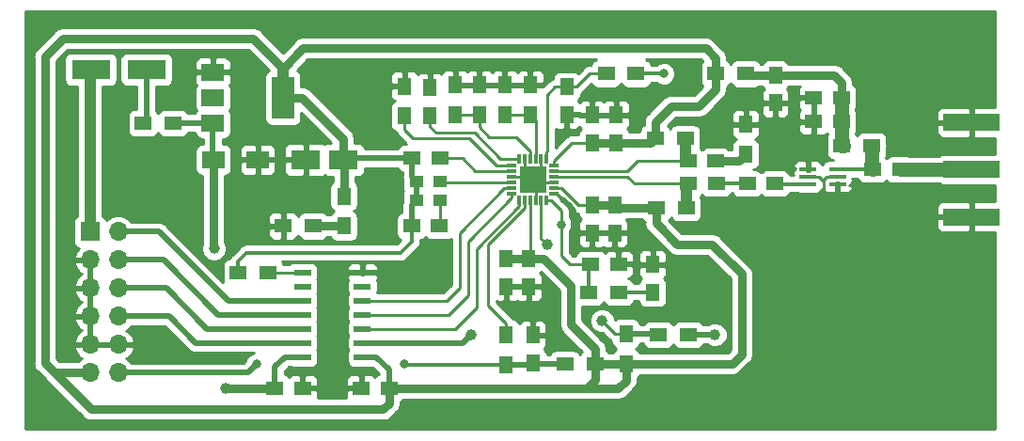
<source format=gbr>
G04 #@! TF.GenerationSoftware,KiCad,Pcbnew,(5.0.0-rc2-dev-311-g1dd4af297)*
G04 #@! TF.CreationDate,2018-06-18T13:27:12-07:00*
G04 #@! TF.ProjectId,beacon_pll,626561636F6E5F706C6C2E6B69636164,rev?*
G04 #@! TF.SameCoordinates,Original*
G04 #@! TF.FileFunction,Copper,L1,Top,Signal*
G04 #@! TF.FilePolarity,Positive*
%FSLAX46Y46*%
G04 Gerber Fmt 4.6, Leading zero omitted, Abs format (unit mm)*
G04 Created by KiCad (PCBNEW (5.0.0-rc2-dev-311-g1dd4af297)) date 06/18/18 13:27:12*
%MOMM*%
%LPD*%
G01*
G04 APERTURE LIST*
%ADD10R,1.500000X1.300000*%
%ADD11R,2.000000X1.500000*%
%ADD12R,2.000000X3.800000*%
%ADD13R,2.000000X1.600000*%
%ADD14R,3.500000X1.800000*%
%ADD15R,2.600000X1.800000*%
%ADD16R,1.500000X1.250000*%
%ADD17R,1.250000X1.500000*%
%ADD18R,1.300000X1.500000*%
%ADD19R,5.080000X1.500000*%
%ADD20R,2.438400X2.438400*%
%ADD21R,0.304800X0.812800*%
%ADD22R,0.812800X0.304800*%
%ADD23R,1.500000X0.400000*%
%ADD24R,1.300000X1.100000*%
%ADD25O,1.700000X1.700000*%
%ADD26R,1.700000X1.700000*%
%ADD27R,1.500000X0.600000*%
%ADD28C,0.800000*%
%ADD29C,1.000000*%
%ADD30C,0.250000*%
%ADD31C,0.500000*%
%ADD32C,0.750000*%
%ADD33C,0.350000*%
%ADD34C,1.000000*%
%ADD35C,1.250000*%
%ADD36C,0.254000*%
G04 APERTURE END LIST*
D10*
X170274000Y-70739000D03*
X172974000Y-70739000D03*
D11*
X176555000Y-66153000D03*
X176555000Y-70753000D03*
X176555000Y-68453000D03*
D12*
X182855000Y-68453000D03*
D13*
X180594000Y-74041000D03*
X176594000Y-74041000D03*
D14*
X165561000Y-65913000D03*
X170561000Y-65913000D03*
D15*
X184912000Y-74041000D03*
X188312000Y-74041000D03*
D16*
X194437000Y-80010000D03*
X196937000Y-80010000D03*
D17*
X196088000Y-67564000D03*
X196088000Y-70064000D03*
X205359000Y-89829000D03*
X205359000Y-92329000D03*
D16*
X194477000Y-73914000D03*
X196977000Y-73914000D03*
D17*
X202966000Y-85451000D03*
X202966000Y-82951000D03*
X204978000Y-82971000D03*
X204978000Y-85471000D03*
X212725000Y-78125000D03*
X212725000Y-80625000D03*
X210693000Y-80625000D03*
X210693000Y-78125000D03*
X212852000Y-69997000D03*
X212852000Y-72497000D03*
D16*
X224663000Y-76200000D03*
X227163000Y-76200000D03*
D17*
X210693000Y-70017000D03*
X210693000Y-72517000D03*
D16*
X219369000Y-76200000D03*
X221869000Y-76200000D03*
X219329000Y-74168000D03*
X221829000Y-74168000D03*
X210586000Y-83439000D03*
X213086000Y-83439000D03*
D17*
X216154000Y-85979000D03*
X216154000Y-83479000D03*
X227203000Y-68921000D03*
X227203000Y-66421000D03*
D16*
X233152000Y-68453000D03*
X230652000Y-68453000D03*
X230632000Y-70612000D03*
X233132000Y-70612000D03*
X235966000Y-74930000D03*
X238466000Y-74930000D03*
D17*
X208407000Y-67457000D03*
X208407000Y-69957000D03*
D18*
X188341000Y-77310000D03*
X188341000Y-80010000D03*
D19*
X244856000Y-74930000D03*
X244856000Y-70680000D03*
X244856000Y-79180000D03*
D10*
X216455000Y-78359000D03*
X219155000Y-78359000D03*
D18*
X202819000Y-67277000D03*
X202819000Y-69977000D03*
D10*
X219075000Y-72136000D03*
X216375000Y-72136000D03*
D18*
X198374000Y-70010000D03*
X198374000Y-67310000D03*
D10*
X233172000Y-72771000D03*
X235872000Y-72771000D03*
X185580000Y-80010000D03*
X182880000Y-80010000D03*
X219362000Y-89789000D03*
X216662000Y-89789000D03*
X210947000Y-92456000D03*
X208247000Y-92456000D03*
D18*
X213741000Y-92409000D03*
X213741000Y-89709000D03*
X193802000Y-67404000D03*
X193802000Y-70104000D03*
X202946000Y-92489000D03*
X202946000Y-89789000D03*
X205105000Y-70010000D03*
X205105000Y-67310000D03*
X200533000Y-67310000D03*
X200533000Y-70010000D03*
D10*
X221836000Y-66294000D03*
X224536000Y-66294000D03*
D18*
X224536000Y-73533000D03*
X224536000Y-70833000D03*
D10*
X210406000Y-85979000D03*
X213106000Y-85979000D03*
X214663000Y-66294000D03*
X211963000Y-66294000D03*
D20*
X205359000Y-75819000D03*
D21*
X206609000Y-77711300D03*
X206109001Y-77711300D03*
X205609000Y-77711300D03*
X205109000Y-77711300D03*
X204608999Y-77711300D03*
X204109000Y-77711300D03*
D22*
X203466700Y-77069000D03*
X203466700Y-76569001D03*
X203466700Y-76069000D03*
X203466700Y-75569000D03*
X203466700Y-75068999D03*
X203466700Y-74569000D03*
D21*
X204109000Y-73926700D03*
X204608999Y-73926700D03*
X205109000Y-73926700D03*
X205609000Y-73926700D03*
X206109001Y-73926700D03*
X206609000Y-73926700D03*
D22*
X207251300Y-74569000D03*
X207251300Y-75068999D03*
X207251300Y-75569000D03*
X207251300Y-76069000D03*
X207251300Y-76569001D03*
X207251300Y-77069000D03*
D23*
X232784000Y-74915000D03*
X232784000Y-75565000D03*
X232784000Y-76215000D03*
X230124000Y-76215000D03*
X230124000Y-75565000D03*
X230124000Y-74915000D03*
D24*
X194911000Y-76010000D03*
X197011000Y-76010000D03*
X197011000Y-77660000D03*
X194911000Y-77660000D03*
D16*
X192405000Y-94615000D03*
X189905000Y-94615000D03*
X184638000Y-94615000D03*
X182138000Y-94615000D03*
D25*
X168021000Y-93218000D03*
X165481000Y-93218000D03*
X168021000Y-90678000D03*
X165481000Y-90678000D03*
X168021000Y-88138000D03*
X165481000Y-88138000D03*
X168021000Y-85598000D03*
X165481000Y-85598000D03*
X168021000Y-83058000D03*
X165481000Y-83058000D03*
X168021000Y-80518000D03*
D26*
X165481000Y-80518000D03*
D10*
X181516000Y-84201000D03*
X178816000Y-84201000D03*
D27*
X184625000Y-91821000D03*
X184625000Y-90551000D03*
X184625000Y-89281000D03*
X184625000Y-88011000D03*
X184625000Y-86741000D03*
X184625000Y-85471000D03*
X184625000Y-84201000D03*
X190025000Y-84201000D03*
X190025000Y-85471000D03*
X190025000Y-86741000D03*
X190025000Y-88011000D03*
X190025000Y-89281000D03*
X190025000Y-90551000D03*
X190025000Y-91821000D03*
D28*
X245036000Y-97917000D03*
X241036000Y-97917000D03*
X237036000Y-97917000D03*
X233036000Y-97917000D03*
X229036000Y-97917000D03*
X225036000Y-97917000D03*
X221036000Y-97917000D03*
X217036000Y-97917000D03*
X213036000Y-97917000D03*
X209036000Y-97917000D03*
X205036000Y-97917000D03*
X201036000Y-97917000D03*
X197036000Y-97917000D03*
X193036000Y-97917000D03*
X189036000Y-97917000D03*
X185036000Y-97917000D03*
X181036000Y-97917000D03*
X177036000Y-97917000D03*
X173036000Y-97917000D03*
X169036000Y-97917000D03*
X165036000Y-97917000D03*
X161036000Y-97917000D03*
X245163000Y-61214000D03*
X241163000Y-61214000D03*
X237163000Y-61214000D03*
X233163000Y-61214000D03*
X229163000Y-61214000D03*
X225163000Y-61214000D03*
X221163000Y-61214000D03*
X217163000Y-61214000D03*
X213163000Y-61214000D03*
X209163000Y-61214000D03*
X205163000Y-61214000D03*
X201163000Y-61214000D03*
X197163000Y-61214000D03*
X193163000Y-61214000D03*
X189163000Y-61214000D03*
X185163000Y-61214000D03*
X181163000Y-61214000D03*
X177163000Y-61214000D03*
X173163000Y-61214000D03*
X169163000Y-61214000D03*
X165163000Y-61214000D03*
X161163000Y-61214000D03*
X230758000Y-82867000D03*
X228758000Y-82867000D03*
X226758000Y-82867000D03*
X224758000Y-82867000D03*
X230758000Y-80867000D03*
X228758000Y-80867000D03*
X226758000Y-80867000D03*
X224758000Y-80867000D03*
X222758000Y-80867000D03*
X230758000Y-78867000D03*
X228758000Y-78867000D03*
X226758000Y-78867000D03*
X224758000Y-78867000D03*
X222758000Y-78867000D03*
X236791000Y-66262000D03*
X236791000Y-64262000D03*
X240791000Y-68262000D03*
X240791000Y-66262000D03*
X238791000Y-72262000D03*
X240791000Y-70262000D03*
X238791000Y-68262000D03*
X238791000Y-66262000D03*
X238791000Y-70262000D03*
X240791000Y-64262000D03*
X240791000Y-72262000D03*
X236791000Y-68262000D03*
X236791000Y-70262000D03*
X238791000Y-64262000D03*
X240791000Y-85724000D03*
X238791000Y-85724000D03*
X236791000Y-85724000D03*
X234791000Y-85724000D03*
X232791000Y-85724000D03*
X240791000Y-83724000D03*
X238791000Y-83724000D03*
X236791000Y-83724000D03*
X234791000Y-83724000D03*
X232791000Y-83724000D03*
X240791000Y-81724000D03*
X238791000Y-81724000D03*
X236791000Y-81724000D03*
X234791000Y-81724000D03*
X232791000Y-81724000D03*
X240791000Y-79724000D03*
X238791000Y-79724000D03*
X236791000Y-79724000D03*
X234791000Y-79724000D03*
X232791000Y-79724000D03*
X240791000Y-77724000D03*
X238791000Y-77724000D03*
X236791000Y-77724000D03*
X234791000Y-77724000D03*
X232791000Y-77724000D03*
X209042000Y-80518000D03*
X204724000Y-76454000D03*
X205994000Y-76454000D03*
X205994000Y-75184000D03*
X204724000Y-75184000D03*
X205105000Y-65532000D03*
X202819000Y-65532000D03*
X200533000Y-65532000D03*
X198374000Y-65532000D03*
X196088000Y-65532000D03*
X193802000Y-65532000D03*
X214884000Y-69977000D03*
X214884000Y-68072000D03*
X212852000Y-68072000D03*
X210693000Y-68072000D03*
X222631000Y-70612000D03*
X221107000Y-70612000D03*
X221107000Y-72009000D03*
X222631000Y-72009000D03*
X228727000Y-70866000D03*
X226949000Y-70866000D03*
X226949000Y-73533000D03*
X226949000Y-72263000D03*
X228727000Y-72263000D03*
X228727000Y-73533000D03*
X230632000Y-73533000D03*
X230632000Y-72263000D03*
D29*
X214884000Y-80645000D03*
X187325000Y-85217000D03*
X187325000Y-89281000D03*
X187325000Y-94615000D03*
X180594000Y-79883000D03*
X184912000Y-76835000D03*
X182626000Y-76835000D03*
X180594000Y-76835000D03*
X179705000Y-69977000D03*
X179705000Y-67945000D03*
X179705000Y-66040000D03*
X196088000Y-82677000D03*
X197104000Y-84455000D03*
X194945000Y-84455000D03*
X192659000Y-84455000D03*
X221107000Y-86233000D03*
X218821000Y-86233000D03*
X221107000Y-83820000D03*
X218821000Y-83820000D03*
X204978000Y-87503000D03*
X206883000Y-86614000D03*
X177673000Y-94615000D03*
X176657000Y-82042000D03*
D28*
X180467000Y-92456000D03*
X193802000Y-92456000D03*
X217170000Y-66294000D03*
X207899000Y-79883000D03*
D29*
X199771000Y-89789000D03*
X221742000Y-89789000D03*
X211582000Y-88519000D03*
X206629000Y-81661000D03*
D30*
X230124000Y-74915000D02*
X230124000Y-74041000D01*
X231521000Y-75828000D02*
X231521000Y-77089000D01*
X230124000Y-75565000D02*
X231124000Y-75565000D01*
X231124000Y-75565000D02*
X231521000Y-75962000D01*
X231521000Y-75962000D02*
X231521000Y-75828000D01*
X231521000Y-75828000D02*
X231784000Y-75565000D01*
X231784000Y-75565000D02*
X232784000Y-75565000D01*
X207505300Y-77069000D02*
X208033300Y-77597000D01*
D31*
X208033300Y-77597000D02*
X208661000Y-78224700D01*
X208661000Y-78232000D02*
X209042000Y-78613000D01*
X209042000Y-78613000D02*
X209042000Y-80518000D01*
X208661000Y-78224700D02*
X208661000Y-78232000D01*
D30*
X207251300Y-77069000D02*
X207505300Y-77069000D01*
X203466700Y-75569000D02*
X205109000Y-75569000D01*
X205109000Y-75569000D02*
X205359000Y-75819000D01*
X205609000Y-77711300D02*
X205609000Y-76069000D01*
X205609000Y-76069000D02*
X205359000Y-75819000D01*
X207251300Y-76069000D02*
X205609000Y-76069000D01*
X206109001Y-73926700D02*
X206109001Y-75068999D01*
X206109001Y-75068999D02*
X205359000Y-75819000D01*
X204608999Y-73926700D02*
X204608999Y-75068999D01*
X204608999Y-75068999D02*
X205359000Y-75819000D01*
D32*
X177673000Y-94615000D02*
X180086000Y-94615000D01*
X180086000Y-94615000D02*
X182138000Y-94615000D01*
X176594000Y-81979000D02*
X176657000Y-82042000D01*
X176594000Y-74041000D02*
X176594000Y-81979000D01*
D31*
X183007000Y-91821000D02*
X182138000Y-92690000D01*
X182138000Y-92690000D02*
X182138000Y-94615000D01*
X184625000Y-91821000D02*
X183007000Y-91821000D01*
X176555000Y-70753000D02*
X176555000Y-74002000D01*
X176555000Y-74002000D02*
X176594000Y-74041000D01*
X172974000Y-70739000D02*
X176541000Y-70739000D01*
X176541000Y-70739000D02*
X176555000Y-70753000D01*
D33*
X193421000Y-82423000D02*
X194437000Y-81407000D01*
X194437000Y-81407000D02*
X194437000Y-80010000D01*
X179594000Y-82423000D02*
X193421000Y-82423000D01*
X178816000Y-84201000D02*
X178816000Y-83201000D01*
X178816000Y-83201000D02*
X179594000Y-82423000D01*
D32*
X224155000Y-91567000D02*
X223313000Y-92409000D01*
X223313000Y-92409000D02*
X213741000Y-92409000D01*
X224155000Y-84328000D02*
X224155000Y-91567000D01*
X221488000Y-81661000D02*
X224155000Y-84328000D01*
X218357000Y-81661000D02*
X221488000Y-81661000D01*
X216455000Y-78359000D02*
X216455000Y-79759000D01*
X216455000Y-79759000D02*
X218357000Y-81661000D01*
X217805000Y-69215000D02*
X216375000Y-70645000D01*
X216375000Y-70645000D02*
X216375000Y-72136000D01*
X220315000Y-69215000D02*
X217805000Y-69215000D01*
X221836000Y-66294000D02*
X221836000Y-67694000D01*
X221836000Y-67694000D02*
X220315000Y-69215000D01*
D31*
X194911000Y-77660000D02*
X194911000Y-76010000D01*
X194477000Y-73914000D02*
X194477000Y-75576000D01*
X194477000Y-75576000D02*
X194911000Y-76010000D01*
X194437000Y-80010000D02*
X194437000Y-78134000D01*
X194437000Y-78134000D02*
X194911000Y-77660000D01*
X194477000Y-73914000D02*
X188439000Y-73914000D01*
X188439000Y-73914000D02*
X188312000Y-74041000D01*
D34*
X182855000Y-68453000D02*
X182855000Y-65803000D01*
D32*
X221836000Y-64894000D02*
X220950000Y-64008000D01*
X221836000Y-66294000D02*
X221836000Y-64894000D01*
X220950000Y-64008000D02*
X184650000Y-64008000D01*
X184650000Y-64008000D02*
X182855000Y-65803000D01*
X161798000Y-92710000D02*
X162306000Y-93218000D01*
X161417000Y-92329000D02*
X161798000Y-92710000D01*
X166370000Y-96520000D02*
X165608000Y-96520000D01*
X165608000Y-96520000D02*
X161798000Y-92710000D01*
X162306000Y-93218000D02*
X165481000Y-93218000D01*
X161417000Y-64770000D02*
X161417000Y-92329000D01*
X163068000Y-63119000D02*
X161417000Y-64770000D01*
X180171000Y-63119000D02*
X163068000Y-63119000D01*
X182855000Y-65803000D02*
X180171000Y-63119000D01*
X212852000Y-72497000D02*
X216014000Y-72497000D01*
X216014000Y-72497000D02*
X216375000Y-72136000D01*
X210693000Y-72517000D02*
X212832000Y-72517000D01*
X212832000Y-72517000D02*
X212852000Y-72497000D01*
D30*
X207251300Y-74569000D02*
X207251300Y-74166600D01*
X207251300Y-74166600D02*
X208900900Y-72517000D01*
X208900900Y-72517000D02*
X209818000Y-72517000D01*
X209818000Y-72517000D02*
X210693000Y-72517000D01*
X205109000Y-77711300D02*
X205109000Y-82840000D01*
X205109000Y-82840000D02*
X204978000Y-82971000D01*
X207907700Y-76569001D02*
X209463699Y-78125000D01*
X207251300Y-76569001D02*
X207907700Y-76569001D01*
X209463699Y-78125000D02*
X210693000Y-78125000D01*
D32*
X210188000Y-94615000D02*
X213035000Y-94615000D01*
X213035000Y-94615000D02*
X213741000Y-93909000D01*
X213741000Y-93909000D02*
X213741000Y-92409000D01*
X192405000Y-94615000D02*
X210188000Y-94615000D01*
X210188000Y-94615000D02*
X210947000Y-93856000D01*
X210947000Y-93856000D02*
X210947000Y-92456000D01*
X210947000Y-92456000D02*
X213694000Y-92456000D01*
X213694000Y-92456000D02*
X213741000Y-92409000D01*
X216455000Y-78359000D02*
X212959000Y-78359000D01*
X212959000Y-78359000D02*
X212725000Y-78125000D01*
X210693000Y-78125000D02*
X212725000Y-78125000D01*
X202966000Y-82951000D02*
X204958000Y-82951000D01*
X204958000Y-82951000D02*
X204978000Y-82971000D01*
X210947000Y-91059000D02*
X210947000Y-92456000D01*
X208788000Y-88900000D02*
X210947000Y-91059000D01*
X208788000Y-85406000D02*
X208788000Y-88900000D01*
X204978000Y-82971000D02*
X206353000Y-82971000D01*
X206353000Y-82971000D02*
X208788000Y-85406000D01*
X166370000Y-96520000D02*
X191875000Y-96520000D01*
X191875000Y-96520000D02*
X192405000Y-95990000D01*
X192405000Y-95990000D02*
X192405000Y-94615000D01*
D31*
X192405000Y-92951000D02*
X192405000Y-94615000D01*
X190025000Y-91821000D02*
X191275000Y-91821000D01*
X191275000Y-91821000D02*
X192405000Y-92951000D01*
D32*
X188341000Y-77310000D02*
X188341000Y-74070000D01*
X188341000Y-74070000D02*
X188312000Y-74041000D01*
X182855000Y-68453000D02*
X184605000Y-68453000D01*
X184605000Y-68453000D02*
X188312000Y-72160000D01*
X188312000Y-72160000D02*
X188312000Y-72391000D01*
X188312000Y-72391000D02*
X188312000Y-74041000D01*
D30*
X197011000Y-77660000D02*
X197011000Y-79936000D01*
X197011000Y-79936000D02*
X196937000Y-80010000D01*
X204109000Y-73926700D02*
X202450700Y-73926700D01*
X202450700Y-73926700D02*
X200152000Y-71628000D01*
X200152000Y-71628000D02*
X196652000Y-71628000D01*
X196652000Y-71628000D02*
X196088000Y-71064000D01*
X196088000Y-71064000D02*
X196088000Y-70064000D01*
D31*
X168021000Y-93218000D02*
X179705000Y-93218000D01*
X179705000Y-93218000D02*
X180467000Y-92456000D01*
D33*
X193835000Y-92489000D02*
X193802000Y-92456000D01*
X202946000Y-92489000D02*
X193835000Y-92489000D01*
D31*
X208247000Y-92456000D02*
X205486000Y-92456000D01*
X205486000Y-92456000D02*
X205359000Y-92329000D01*
X202946000Y-92489000D02*
X205199000Y-92489000D01*
X205199000Y-92489000D02*
X205359000Y-92329000D01*
D33*
X221869000Y-76200000D02*
X224663000Y-76200000D01*
X230124000Y-76215000D02*
X227178000Y-76215000D01*
X227178000Y-76215000D02*
X227163000Y-76200000D01*
D30*
X213872000Y-75569000D02*
X214503000Y-76200000D01*
X214503000Y-76200000D02*
X219369000Y-76200000D01*
X207251300Y-75569000D02*
X213872000Y-75569000D01*
D34*
X219155000Y-78359000D02*
X219155000Y-76414000D01*
X219155000Y-76414000D02*
X219369000Y-76200000D01*
D30*
X213856001Y-75068999D02*
X214757000Y-74168000D01*
X214757000Y-74168000D02*
X219329000Y-74168000D01*
X207251300Y-75068999D02*
X213856001Y-75068999D01*
D34*
X219075000Y-72136000D02*
X219075000Y-73914000D01*
X219075000Y-73914000D02*
X219329000Y-74168000D01*
D32*
X221829000Y-74168000D02*
X223901000Y-74168000D01*
X223901000Y-74168000D02*
X224536000Y-73533000D01*
D33*
X217170000Y-66294000D02*
X214663000Y-66294000D01*
D30*
X207899000Y-78598900D02*
X207899000Y-79883000D01*
X207899000Y-79883000D02*
X207899000Y-82677000D01*
X207899000Y-82677000D02*
X208661000Y-83439000D01*
X208661000Y-83439000D02*
X210586000Y-83439000D01*
X206609000Y-77711300D02*
X207011400Y-77711300D01*
X207011400Y-77711300D02*
X207899000Y-78598900D01*
D33*
X210406000Y-85979000D02*
X210406000Y-83619000D01*
X210406000Y-83619000D02*
X210586000Y-83439000D01*
X213106000Y-85979000D02*
X216154000Y-85979000D01*
D32*
X227203000Y-66421000D02*
X224663000Y-66421000D01*
X224663000Y-66421000D02*
X224536000Y-66294000D01*
X232495000Y-66421000D02*
X227203000Y-66421000D01*
X233152000Y-68453000D02*
X233152000Y-67078000D01*
X233152000Y-67078000D02*
X232495000Y-66421000D01*
D35*
X233132000Y-70612000D02*
X233132000Y-72731000D01*
X233132000Y-72731000D02*
X233172000Y-72771000D01*
X233152000Y-68453000D02*
X233152000Y-70592000D01*
X233152000Y-70592000D02*
X233132000Y-70612000D01*
X233132000Y-72604000D02*
X233299000Y-72771000D01*
D33*
X232784000Y-74915000D02*
X235951000Y-74915000D01*
X235951000Y-74915000D02*
X235966000Y-74930000D01*
D35*
X235872000Y-72771000D02*
X235872000Y-74836000D01*
X235872000Y-74836000D02*
X235966000Y-74930000D01*
X235966000Y-72804000D02*
X235999000Y-72771000D01*
X238466000Y-74930000D02*
X244856000Y-74930000D01*
D30*
X209282000Y-67457000D02*
X210445000Y-66294000D01*
X208407000Y-67457000D02*
X209282000Y-67457000D01*
X210445000Y-66294000D02*
X211963000Y-66294000D01*
X206629000Y-68199000D02*
X207371000Y-67457000D01*
X207371000Y-67457000D02*
X208407000Y-67457000D01*
X206629000Y-73250300D02*
X206629000Y-68199000D01*
X206609000Y-73926700D02*
X206609000Y-73270300D01*
X206609000Y-73270300D02*
X206629000Y-73250300D01*
D34*
X165481000Y-80518000D02*
X165481000Y-65993000D01*
X165481000Y-65993000D02*
X165561000Y-65913000D01*
D31*
X170561000Y-65913000D02*
X170561000Y-70452000D01*
X170561000Y-70452000D02*
X170274000Y-70739000D01*
D32*
X188341000Y-80010000D02*
X185580000Y-80010000D01*
D30*
X198755000Y-85598000D02*
X197612000Y-86741000D01*
X197612000Y-86741000D02*
X190025000Y-86741000D01*
X198755000Y-80624301D02*
X198755000Y-85598000D01*
X203466700Y-76569001D02*
X202810300Y-76569001D01*
X202810300Y-76569001D02*
X198755000Y-80624301D01*
D31*
X199771000Y-89789000D02*
X199009000Y-90551000D01*
X199009000Y-90551000D02*
X190025000Y-90551000D01*
X219362000Y-89789000D02*
X221742000Y-89789000D01*
D30*
X202819000Y-69977000D02*
X205072000Y-69977000D01*
X205072000Y-69977000D02*
X205105000Y-70010000D01*
X205609000Y-73926700D02*
X205609000Y-70514000D01*
X205609000Y-70514000D02*
X205105000Y-70010000D01*
X198374000Y-70010000D02*
X200533000Y-70010000D01*
X201422000Y-72009000D02*
X200533000Y-71120000D01*
X200533000Y-71120000D02*
X200533000Y-70010000D01*
X203847700Y-72009000D02*
X201422000Y-72009000D01*
X205109000Y-73926700D02*
X205109000Y-73270300D01*
X205109000Y-73270300D02*
X203847700Y-72009000D01*
X211582000Y-88519000D02*
X212772000Y-89709000D01*
X212772000Y-89709000D02*
X213741000Y-89709000D01*
X206109001Y-81141001D02*
X206629000Y-81661000D01*
X206109001Y-77711300D02*
X206109001Y-81141001D01*
D31*
X213741000Y-89709000D02*
X216582000Y-89709000D01*
X216582000Y-89709000D02*
X216662000Y-89789000D01*
D30*
X194564000Y-72136000D02*
X193802000Y-71374000D01*
X193802000Y-71374000D02*
X193802000Y-70104000D01*
X199644000Y-72136000D02*
X194564000Y-72136000D01*
X202077000Y-74569000D02*
X199644000Y-72136000D01*
X203466700Y-74569000D02*
X202077000Y-74569000D01*
X201295000Y-81681699D02*
X201295000Y-87138000D01*
X201295000Y-87138000D02*
X202946000Y-88789000D01*
X202946000Y-88789000D02*
X202946000Y-89789000D01*
X204608999Y-77711300D02*
X204608999Y-78367700D01*
X204608999Y-78367700D02*
X201295000Y-81681699D01*
X203466700Y-76069000D02*
X197070000Y-76069000D01*
X197070000Y-76069000D02*
X197011000Y-76010000D01*
X200163999Y-75068999D02*
X199009000Y-73914000D01*
X199009000Y-73914000D02*
X196977000Y-73914000D01*
X203466700Y-75068999D02*
X200163999Y-75068999D01*
D31*
X175006000Y-90551000D02*
X172593000Y-88138000D01*
X172593000Y-88138000D02*
X168021000Y-88138000D01*
X184625000Y-90551000D02*
X175006000Y-90551000D01*
X176022000Y-89281000D02*
X172339000Y-85598000D01*
X172339000Y-85598000D02*
X168021000Y-85598000D01*
X184625000Y-89281000D02*
X176022000Y-89281000D01*
X177038000Y-88011000D02*
X172085000Y-83058000D01*
X172085000Y-83058000D02*
X168021000Y-83058000D01*
X184625000Y-88011000D02*
X177038000Y-88011000D01*
X177927000Y-86741000D02*
X171704000Y-80518000D01*
X171704000Y-80518000D02*
X168021000Y-80518000D01*
X184625000Y-86741000D02*
X177927000Y-86741000D01*
D30*
X181516000Y-84201000D02*
X184625000Y-84201000D01*
X200279000Y-87376000D02*
X198374000Y-89281000D01*
X198374000Y-89281000D02*
X190025000Y-89281000D01*
X200279000Y-82061289D02*
X200279000Y-87376000D01*
X204109000Y-77711300D02*
X204109000Y-78231289D01*
X204109000Y-78231289D02*
X200279000Y-82061289D01*
X199517000Y-86233000D02*
X197739000Y-88011000D01*
X197739000Y-88011000D02*
X190025000Y-88011000D01*
X199517000Y-81421100D02*
X199517000Y-86233000D01*
X203466700Y-77069000D02*
X203466700Y-77471400D01*
X203466700Y-77471400D02*
X199517000Y-81421100D01*
D36*
G36*
X246940000Y-69295000D02*
X245141750Y-69295000D01*
X244983000Y-69453750D01*
X244983000Y-70553000D01*
X245003000Y-70553000D01*
X245003000Y-70807000D01*
X244983000Y-70807000D01*
X244983000Y-71906250D01*
X245141750Y-72065000D01*
X246940000Y-72065000D01*
X246940000Y-73532560D01*
X242316000Y-73532560D01*
X242068235Y-73581843D01*
X241936300Y-73670000D01*
X239278541Y-73670000D01*
X239216000Y-73657560D01*
X237716000Y-73657560D01*
X237468235Y-73706843D01*
X237258191Y-73847191D01*
X237216000Y-73910334D01*
X237173809Y-73847191D01*
X237132000Y-73819255D01*
X237132000Y-73800700D01*
X237220157Y-73668765D01*
X237269440Y-73421000D01*
X237269440Y-72842609D01*
X237283684Y-72771001D01*
X237269440Y-72699392D01*
X237269440Y-72121000D01*
X237220157Y-71873235D01*
X237079809Y-71663191D01*
X236869765Y-71522843D01*
X236622000Y-71473560D01*
X235122000Y-71473560D01*
X234874235Y-71522843D01*
X234664191Y-71663191D01*
X234523843Y-71873235D01*
X234522000Y-71882500D01*
X234520157Y-71873235D01*
X234392000Y-71681436D01*
X234392000Y-71616700D01*
X234480157Y-71484765D01*
X234529440Y-71237000D01*
X234529440Y-70965750D01*
X241681000Y-70965750D01*
X241681000Y-71556309D01*
X241777673Y-71789698D01*
X241956301Y-71968327D01*
X242189690Y-72065000D01*
X244570250Y-72065000D01*
X244729000Y-71906250D01*
X244729000Y-70807000D01*
X241839750Y-70807000D01*
X241681000Y-70965750D01*
X234529440Y-70965750D01*
X234529440Y-69987000D01*
X234492978Y-69803691D01*
X241681000Y-69803691D01*
X241681000Y-70394250D01*
X241839750Y-70553000D01*
X244729000Y-70553000D01*
X244729000Y-69453750D01*
X244570250Y-69295000D01*
X242189690Y-69295000D01*
X241956301Y-69391673D01*
X241777673Y-69570302D01*
X241681000Y-69803691D01*
X234492978Y-69803691D01*
X234480157Y-69739235D01*
X234412000Y-69637232D01*
X234412000Y-69457700D01*
X234500157Y-69325765D01*
X234549440Y-69078000D01*
X234549440Y-67828000D01*
X234500157Y-67580235D01*
X234359809Y-67370191D01*
X234162000Y-67238018D01*
X234162000Y-67177470D01*
X234181786Y-67077999D01*
X234162000Y-66978528D01*
X234162000Y-66978524D01*
X234103399Y-66683918D01*
X233880169Y-66349831D01*
X233795837Y-66293482D01*
X233279518Y-65777163D01*
X233223169Y-65692831D01*
X232889082Y-65469601D01*
X232594476Y-65411000D01*
X232594471Y-65411000D01*
X232495000Y-65391214D01*
X232395529Y-65411000D01*
X228417982Y-65411000D01*
X228285809Y-65213191D01*
X228075765Y-65072843D01*
X227828000Y-65023560D01*
X226578000Y-65023560D01*
X226330235Y-65072843D01*
X226120191Y-65213191D01*
X225988018Y-65411000D01*
X225887094Y-65411000D01*
X225884157Y-65396235D01*
X225743809Y-65186191D01*
X225533765Y-65045843D01*
X225286000Y-64996560D01*
X223786000Y-64996560D01*
X223538235Y-65045843D01*
X223328191Y-65186191D01*
X223187843Y-65396235D01*
X223186000Y-65405500D01*
X223184157Y-65396235D01*
X223043809Y-65186191D01*
X222846000Y-65054018D01*
X222846000Y-64993470D01*
X222865786Y-64893999D01*
X222846000Y-64794528D01*
X222846000Y-64794524D01*
X222787399Y-64499918D01*
X222564169Y-64165831D01*
X222479837Y-64109482D01*
X221734518Y-63364163D01*
X221678169Y-63279831D01*
X221344082Y-63056601D01*
X221049476Y-62998000D01*
X221049471Y-62998000D01*
X220950000Y-62978214D01*
X220850529Y-62998000D01*
X184749470Y-62998000D01*
X184649999Y-62978214D01*
X184550528Y-62998000D01*
X184550524Y-62998000D01*
X184255918Y-63056601D01*
X183921831Y-63279831D01*
X183865482Y-63364163D01*
X182855000Y-64374645D01*
X180955518Y-62475163D01*
X180899169Y-62390831D01*
X180565082Y-62167601D01*
X180270476Y-62109000D01*
X180270471Y-62109000D01*
X180171000Y-62089214D01*
X180071529Y-62109000D01*
X163167472Y-62109000D01*
X163068000Y-62089214D01*
X162968528Y-62109000D01*
X162968524Y-62109000D01*
X162735115Y-62155428D01*
X162673917Y-62167601D01*
X162424162Y-62334482D01*
X162424160Y-62334484D01*
X162339831Y-62390831D01*
X162283484Y-62475160D01*
X160773162Y-63985482D01*
X160688831Y-64041831D01*
X160632483Y-64126162D01*
X160632482Y-64126163D01*
X160605977Y-64165831D01*
X160465601Y-64375919D01*
X160407000Y-64670525D01*
X160407000Y-64670529D01*
X160387214Y-64770000D01*
X160407000Y-64869471D01*
X160407001Y-92229524D01*
X160387214Y-92329000D01*
X160407001Y-92428476D01*
X160442251Y-92605689D01*
X160465602Y-92723082D01*
X160632482Y-92972837D01*
X160632485Y-92972840D01*
X160688832Y-93057169D01*
X160773161Y-93113516D01*
X161013481Y-93353835D01*
X161013482Y-93353837D01*
X161521483Y-93861838D01*
X161577831Y-93946169D01*
X161662162Y-94002517D01*
X164823484Y-97163840D01*
X164879831Y-97248169D01*
X164964160Y-97304516D01*
X164964162Y-97304518D01*
X165139105Y-97421411D01*
X165213918Y-97471399D01*
X165508524Y-97530000D01*
X165508529Y-97530000D01*
X165608000Y-97549786D01*
X165707471Y-97530000D01*
X191775529Y-97530000D01*
X191875000Y-97549786D01*
X191974471Y-97530000D01*
X191974476Y-97530000D01*
X192269082Y-97471399D01*
X192603169Y-97248169D01*
X192659518Y-97163837D01*
X193048835Y-96774519D01*
X193133169Y-96718169D01*
X193356399Y-96384082D01*
X193415000Y-96089476D01*
X193415000Y-96089472D01*
X193434786Y-95990001D01*
X193415000Y-95890530D01*
X193415000Y-95829982D01*
X193612809Y-95697809D01*
X193661459Y-95625000D01*
X210088529Y-95625000D01*
X210188000Y-95644786D01*
X210287471Y-95625000D01*
X212935529Y-95625000D01*
X213035000Y-95644786D01*
X213134471Y-95625000D01*
X213134476Y-95625000D01*
X213429082Y-95566399D01*
X213763169Y-95343169D01*
X213819517Y-95258838D01*
X214384840Y-94693515D01*
X214469169Y-94637169D01*
X214525516Y-94552840D01*
X214525518Y-94552838D01*
X214692398Y-94303083D01*
X214692399Y-94303082D01*
X214751000Y-94008476D01*
X214751000Y-94008471D01*
X214770786Y-93909000D01*
X214751000Y-93809529D01*
X214751000Y-93682163D01*
X214848809Y-93616809D01*
X214980982Y-93419000D01*
X223213529Y-93419000D01*
X223313000Y-93438786D01*
X223412471Y-93419000D01*
X223412476Y-93419000D01*
X223707082Y-93360399D01*
X224041169Y-93137169D01*
X224097518Y-93052837D01*
X224798840Y-92351516D01*
X224883169Y-92295169D01*
X224939516Y-92210840D01*
X224939518Y-92210838D01*
X225106398Y-91961083D01*
X225106399Y-91961082D01*
X225165000Y-91666476D01*
X225165000Y-91666471D01*
X225184786Y-91567000D01*
X225165000Y-91467529D01*
X225165000Y-84427472D01*
X225184786Y-84328000D01*
X225165000Y-84228528D01*
X225165000Y-84228524D01*
X225108206Y-83943000D01*
X225106399Y-83933917D01*
X224939518Y-83684162D01*
X224939516Y-83684160D01*
X224883169Y-83599831D01*
X224798841Y-83543485D01*
X222272517Y-81017162D01*
X222216169Y-80932831D01*
X221882082Y-80709601D01*
X221587476Y-80651000D01*
X221587471Y-80651000D01*
X221488000Y-80631214D01*
X221388529Y-80651000D01*
X218775355Y-80651000D01*
X217619861Y-79495506D01*
X217662809Y-79466809D01*
X217803157Y-79256765D01*
X217805000Y-79247500D01*
X217806843Y-79256765D01*
X217947191Y-79466809D01*
X218157235Y-79607157D01*
X218405000Y-79656440D01*
X219905000Y-79656440D01*
X220152765Y-79607157D01*
X220362809Y-79466809D01*
X220363516Y-79465750D01*
X241681000Y-79465750D01*
X241681000Y-80056309D01*
X241777673Y-80289698D01*
X241956301Y-80468327D01*
X242189690Y-80565000D01*
X244570250Y-80565000D01*
X244729000Y-80406250D01*
X244729000Y-79307000D01*
X241839750Y-79307000D01*
X241681000Y-79465750D01*
X220363516Y-79465750D01*
X220503157Y-79256765D01*
X220552440Y-79009000D01*
X220552440Y-78303691D01*
X241681000Y-78303691D01*
X241681000Y-78894250D01*
X241839750Y-79053000D01*
X244729000Y-79053000D01*
X244729000Y-77953750D01*
X244570250Y-77795000D01*
X242189690Y-77795000D01*
X241956301Y-77891673D01*
X241777673Y-78070302D01*
X241681000Y-78303691D01*
X220552440Y-78303691D01*
X220552440Y-77709000D01*
X220503157Y-77461235D01*
X220443468Y-77371905D01*
X220576809Y-77282809D01*
X220619000Y-77219666D01*
X220661191Y-77282809D01*
X220871235Y-77423157D01*
X221119000Y-77472440D01*
X222619000Y-77472440D01*
X222866765Y-77423157D01*
X223076809Y-77282809D01*
X223217157Y-77072765D01*
X223229642Y-77010000D01*
X223302358Y-77010000D01*
X223314843Y-77072765D01*
X223455191Y-77282809D01*
X223665235Y-77423157D01*
X223913000Y-77472440D01*
X225413000Y-77472440D01*
X225660765Y-77423157D01*
X225870809Y-77282809D01*
X225913000Y-77219666D01*
X225955191Y-77282809D01*
X226165235Y-77423157D01*
X226413000Y-77472440D01*
X227913000Y-77472440D01*
X228160765Y-77423157D01*
X228370809Y-77282809D01*
X228511157Y-77072765D01*
X228520658Y-77025000D01*
X229185774Y-77025000D01*
X229374000Y-77062440D01*
X230874000Y-77062440D01*
X231121765Y-77013157D01*
X231331809Y-76872809D01*
X231458052Y-76683874D01*
X231495673Y-76774699D01*
X231674302Y-76953327D01*
X231907691Y-77050000D01*
X232498250Y-77050000D01*
X232657000Y-76891250D01*
X232657000Y-76315000D01*
X232637000Y-76315000D01*
X232637000Y-76261250D01*
X232657000Y-76241250D01*
X232657000Y-76068000D01*
X232911000Y-76068000D01*
X232911000Y-76241250D01*
X232984750Y-76315000D01*
X232911000Y-76315000D01*
X232911000Y-76891250D01*
X233069750Y-77050000D01*
X233660309Y-77050000D01*
X233893698Y-76953327D01*
X234072327Y-76774699D01*
X234169000Y-76541310D01*
X234169000Y-76473750D01*
X234010250Y-76315000D01*
X233865517Y-76315000D01*
X233893698Y-76303327D01*
X234072327Y-76124699D01*
X234123080Y-76002170D01*
X234169000Y-75956250D01*
X234169000Y-75823750D01*
X234123080Y-75777830D01*
X234101197Y-75725000D01*
X234602375Y-75725000D01*
X234617843Y-75802765D01*
X234758191Y-76012809D01*
X234968235Y-76153157D01*
X235216000Y-76202440D01*
X235904445Y-76202440D01*
X235965999Y-76214684D01*
X236027553Y-76202440D01*
X236716000Y-76202440D01*
X236963765Y-76153157D01*
X237173809Y-76012809D01*
X237216000Y-75949666D01*
X237258191Y-76012809D01*
X237468235Y-76153157D01*
X237716000Y-76202440D01*
X239216000Y-76202440D01*
X239278541Y-76190000D01*
X241936300Y-76190000D01*
X242068235Y-76278157D01*
X242316000Y-76327440D01*
X246940000Y-76327440D01*
X246940000Y-77795000D01*
X245141750Y-77795000D01*
X244983000Y-77953750D01*
X244983000Y-79053000D01*
X245003000Y-79053000D01*
X245003000Y-79307000D01*
X244983000Y-79307000D01*
X244983000Y-80406250D01*
X245141750Y-80565000D01*
X246940001Y-80565000D01*
X246940001Y-98290000D01*
X159710000Y-98290000D01*
X159710000Y-60710000D01*
X246940000Y-60710000D01*
X246940000Y-69295000D01*
X246940000Y-69295000D01*
G37*
X246940000Y-69295000D02*
X245141750Y-69295000D01*
X244983000Y-69453750D01*
X244983000Y-70553000D01*
X245003000Y-70553000D01*
X245003000Y-70807000D01*
X244983000Y-70807000D01*
X244983000Y-71906250D01*
X245141750Y-72065000D01*
X246940000Y-72065000D01*
X246940000Y-73532560D01*
X242316000Y-73532560D01*
X242068235Y-73581843D01*
X241936300Y-73670000D01*
X239278541Y-73670000D01*
X239216000Y-73657560D01*
X237716000Y-73657560D01*
X237468235Y-73706843D01*
X237258191Y-73847191D01*
X237216000Y-73910334D01*
X237173809Y-73847191D01*
X237132000Y-73819255D01*
X237132000Y-73800700D01*
X237220157Y-73668765D01*
X237269440Y-73421000D01*
X237269440Y-72842609D01*
X237283684Y-72771001D01*
X237269440Y-72699392D01*
X237269440Y-72121000D01*
X237220157Y-71873235D01*
X237079809Y-71663191D01*
X236869765Y-71522843D01*
X236622000Y-71473560D01*
X235122000Y-71473560D01*
X234874235Y-71522843D01*
X234664191Y-71663191D01*
X234523843Y-71873235D01*
X234522000Y-71882500D01*
X234520157Y-71873235D01*
X234392000Y-71681436D01*
X234392000Y-71616700D01*
X234480157Y-71484765D01*
X234529440Y-71237000D01*
X234529440Y-70965750D01*
X241681000Y-70965750D01*
X241681000Y-71556309D01*
X241777673Y-71789698D01*
X241956301Y-71968327D01*
X242189690Y-72065000D01*
X244570250Y-72065000D01*
X244729000Y-71906250D01*
X244729000Y-70807000D01*
X241839750Y-70807000D01*
X241681000Y-70965750D01*
X234529440Y-70965750D01*
X234529440Y-69987000D01*
X234492978Y-69803691D01*
X241681000Y-69803691D01*
X241681000Y-70394250D01*
X241839750Y-70553000D01*
X244729000Y-70553000D01*
X244729000Y-69453750D01*
X244570250Y-69295000D01*
X242189690Y-69295000D01*
X241956301Y-69391673D01*
X241777673Y-69570302D01*
X241681000Y-69803691D01*
X234492978Y-69803691D01*
X234480157Y-69739235D01*
X234412000Y-69637232D01*
X234412000Y-69457700D01*
X234500157Y-69325765D01*
X234549440Y-69078000D01*
X234549440Y-67828000D01*
X234500157Y-67580235D01*
X234359809Y-67370191D01*
X234162000Y-67238018D01*
X234162000Y-67177470D01*
X234181786Y-67077999D01*
X234162000Y-66978528D01*
X234162000Y-66978524D01*
X234103399Y-66683918D01*
X233880169Y-66349831D01*
X233795837Y-66293482D01*
X233279518Y-65777163D01*
X233223169Y-65692831D01*
X232889082Y-65469601D01*
X232594476Y-65411000D01*
X232594471Y-65411000D01*
X232495000Y-65391214D01*
X232395529Y-65411000D01*
X228417982Y-65411000D01*
X228285809Y-65213191D01*
X228075765Y-65072843D01*
X227828000Y-65023560D01*
X226578000Y-65023560D01*
X226330235Y-65072843D01*
X226120191Y-65213191D01*
X225988018Y-65411000D01*
X225887094Y-65411000D01*
X225884157Y-65396235D01*
X225743809Y-65186191D01*
X225533765Y-65045843D01*
X225286000Y-64996560D01*
X223786000Y-64996560D01*
X223538235Y-65045843D01*
X223328191Y-65186191D01*
X223187843Y-65396235D01*
X223186000Y-65405500D01*
X223184157Y-65396235D01*
X223043809Y-65186191D01*
X222846000Y-65054018D01*
X222846000Y-64993470D01*
X222865786Y-64893999D01*
X222846000Y-64794528D01*
X222846000Y-64794524D01*
X222787399Y-64499918D01*
X222564169Y-64165831D01*
X222479837Y-64109482D01*
X221734518Y-63364163D01*
X221678169Y-63279831D01*
X221344082Y-63056601D01*
X221049476Y-62998000D01*
X221049471Y-62998000D01*
X220950000Y-62978214D01*
X220850529Y-62998000D01*
X184749470Y-62998000D01*
X184649999Y-62978214D01*
X184550528Y-62998000D01*
X184550524Y-62998000D01*
X184255918Y-63056601D01*
X183921831Y-63279831D01*
X183865482Y-63364163D01*
X182855000Y-64374645D01*
X180955518Y-62475163D01*
X180899169Y-62390831D01*
X180565082Y-62167601D01*
X180270476Y-62109000D01*
X180270471Y-62109000D01*
X180171000Y-62089214D01*
X180071529Y-62109000D01*
X163167472Y-62109000D01*
X163068000Y-62089214D01*
X162968528Y-62109000D01*
X162968524Y-62109000D01*
X162735115Y-62155428D01*
X162673917Y-62167601D01*
X162424162Y-62334482D01*
X162424160Y-62334484D01*
X162339831Y-62390831D01*
X162283484Y-62475160D01*
X160773162Y-63985482D01*
X160688831Y-64041831D01*
X160632483Y-64126162D01*
X160632482Y-64126163D01*
X160605977Y-64165831D01*
X160465601Y-64375919D01*
X160407000Y-64670525D01*
X160407000Y-64670529D01*
X160387214Y-64770000D01*
X160407000Y-64869471D01*
X160407001Y-92229524D01*
X160387214Y-92329000D01*
X160407001Y-92428476D01*
X160442251Y-92605689D01*
X160465602Y-92723082D01*
X160632482Y-92972837D01*
X160632485Y-92972840D01*
X160688832Y-93057169D01*
X160773161Y-93113516D01*
X161013481Y-93353835D01*
X161013482Y-93353837D01*
X161521483Y-93861838D01*
X161577831Y-93946169D01*
X161662162Y-94002517D01*
X164823484Y-97163840D01*
X164879831Y-97248169D01*
X164964160Y-97304516D01*
X164964162Y-97304518D01*
X165139105Y-97421411D01*
X165213918Y-97471399D01*
X165508524Y-97530000D01*
X165508529Y-97530000D01*
X165608000Y-97549786D01*
X165707471Y-97530000D01*
X191775529Y-97530000D01*
X191875000Y-97549786D01*
X191974471Y-97530000D01*
X191974476Y-97530000D01*
X192269082Y-97471399D01*
X192603169Y-97248169D01*
X192659518Y-97163837D01*
X193048835Y-96774519D01*
X193133169Y-96718169D01*
X193356399Y-96384082D01*
X193415000Y-96089476D01*
X193415000Y-96089472D01*
X193434786Y-95990001D01*
X193415000Y-95890530D01*
X193415000Y-95829982D01*
X193612809Y-95697809D01*
X193661459Y-95625000D01*
X210088529Y-95625000D01*
X210188000Y-95644786D01*
X210287471Y-95625000D01*
X212935529Y-95625000D01*
X213035000Y-95644786D01*
X213134471Y-95625000D01*
X213134476Y-95625000D01*
X213429082Y-95566399D01*
X213763169Y-95343169D01*
X213819517Y-95258838D01*
X214384840Y-94693515D01*
X214469169Y-94637169D01*
X214525516Y-94552840D01*
X214525518Y-94552838D01*
X214692398Y-94303083D01*
X214692399Y-94303082D01*
X214751000Y-94008476D01*
X214751000Y-94008471D01*
X214770786Y-93909000D01*
X214751000Y-93809529D01*
X214751000Y-93682163D01*
X214848809Y-93616809D01*
X214980982Y-93419000D01*
X223213529Y-93419000D01*
X223313000Y-93438786D01*
X223412471Y-93419000D01*
X223412476Y-93419000D01*
X223707082Y-93360399D01*
X224041169Y-93137169D01*
X224097518Y-93052837D01*
X224798840Y-92351516D01*
X224883169Y-92295169D01*
X224939516Y-92210840D01*
X224939518Y-92210838D01*
X225106398Y-91961083D01*
X225106399Y-91961082D01*
X225165000Y-91666476D01*
X225165000Y-91666471D01*
X225184786Y-91567000D01*
X225165000Y-91467529D01*
X225165000Y-84427472D01*
X225184786Y-84328000D01*
X225165000Y-84228528D01*
X225165000Y-84228524D01*
X225108206Y-83943000D01*
X225106399Y-83933917D01*
X224939518Y-83684162D01*
X224939516Y-83684160D01*
X224883169Y-83599831D01*
X224798841Y-83543485D01*
X222272517Y-81017162D01*
X222216169Y-80932831D01*
X221882082Y-80709601D01*
X221587476Y-80651000D01*
X221587471Y-80651000D01*
X221488000Y-80631214D01*
X221388529Y-80651000D01*
X218775355Y-80651000D01*
X217619861Y-79495506D01*
X217662809Y-79466809D01*
X217803157Y-79256765D01*
X217805000Y-79247500D01*
X217806843Y-79256765D01*
X217947191Y-79466809D01*
X218157235Y-79607157D01*
X218405000Y-79656440D01*
X219905000Y-79656440D01*
X220152765Y-79607157D01*
X220362809Y-79466809D01*
X220363516Y-79465750D01*
X241681000Y-79465750D01*
X241681000Y-80056309D01*
X241777673Y-80289698D01*
X241956301Y-80468327D01*
X242189690Y-80565000D01*
X244570250Y-80565000D01*
X244729000Y-80406250D01*
X244729000Y-79307000D01*
X241839750Y-79307000D01*
X241681000Y-79465750D01*
X220363516Y-79465750D01*
X220503157Y-79256765D01*
X220552440Y-79009000D01*
X220552440Y-78303691D01*
X241681000Y-78303691D01*
X241681000Y-78894250D01*
X241839750Y-79053000D01*
X244729000Y-79053000D01*
X244729000Y-77953750D01*
X244570250Y-77795000D01*
X242189690Y-77795000D01*
X241956301Y-77891673D01*
X241777673Y-78070302D01*
X241681000Y-78303691D01*
X220552440Y-78303691D01*
X220552440Y-77709000D01*
X220503157Y-77461235D01*
X220443468Y-77371905D01*
X220576809Y-77282809D01*
X220619000Y-77219666D01*
X220661191Y-77282809D01*
X220871235Y-77423157D01*
X221119000Y-77472440D01*
X222619000Y-77472440D01*
X222866765Y-77423157D01*
X223076809Y-77282809D01*
X223217157Y-77072765D01*
X223229642Y-77010000D01*
X223302358Y-77010000D01*
X223314843Y-77072765D01*
X223455191Y-77282809D01*
X223665235Y-77423157D01*
X223913000Y-77472440D01*
X225413000Y-77472440D01*
X225660765Y-77423157D01*
X225870809Y-77282809D01*
X225913000Y-77219666D01*
X225955191Y-77282809D01*
X226165235Y-77423157D01*
X226413000Y-77472440D01*
X227913000Y-77472440D01*
X228160765Y-77423157D01*
X228370809Y-77282809D01*
X228511157Y-77072765D01*
X228520658Y-77025000D01*
X229185774Y-77025000D01*
X229374000Y-77062440D01*
X230874000Y-77062440D01*
X231121765Y-77013157D01*
X231331809Y-76872809D01*
X231458052Y-76683874D01*
X231495673Y-76774699D01*
X231674302Y-76953327D01*
X231907691Y-77050000D01*
X232498250Y-77050000D01*
X232657000Y-76891250D01*
X232657000Y-76315000D01*
X232637000Y-76315000D01*
X232637000Y-76261250D01*
X232657000Y-76241250D01*
X232657000Y-76068000D01*
X232911000Y-76068000D01*
X232911000Y-76241250D01*
X232984750Y-76315000D01*
X232911000Y-76315000D01*
X232911000Y-76891250D01*
X233069750Y-77050000D01*
X233660309Y-77050000D01*
X233893698Y-76953327D01*
X234072327Y-76774699D01*
X234169000Y-76541310D01*
X234169000Y-76473750D01*
X234010250Y-76315000D01*
X233865517Y-76315000D01*
X233893698Y-76303327D01*
X234072327Y-76124699D01*
X234123080Y-76002170D01*
X234169000Y-75956250D01*
X234169000Y-75823750D01*
X234123080Y-75777830D01*
X234101197Y-75725000D01*
X234602375Y-75725000D01*
X234617843Y-75802765D01*
X234758191Y-76012809D01*
X234968235Y-76153157D01*
X235216000Y-76202440D01*
X235904445Y-76202440D01*
X235965999Y-76214684D01*
X236027553Y-76202440D01*
X236716000Y-76202440D01*
X236963765Y-76153157D01*
X237173809Y-76012809D01*
X237216000Y-75949666D01*
X237258191Y-76012809D01*
X237468235Y-76153157D01*
X237716000Y-76202440D01*
X239216000Y-76202440D01*
X239278541Y-76190000D01*
X241936300Y-76190000D01*
X242068235Y-76278157D01*
X242316000Y-76327440D01*
X246940000Y-76327440D01*
X246940000Y-77795000D01*
X245141750Y-77795000D01*
X244983000Y-77953750D01*
X244983000Y-79053000D01*
X245003000Y-79053000D01*
X245003000Y-79307000D01*
X244983000Y-79307000D01*
X244983000Y-80406250D01*
X245141750Y-80565000D01*
X246940001Y-80565000D01*
X246940001Y-98290000D01*
X159710000Y-98290000D01*
X159710000Y-60710000D01*
X246940000Y-60710000D01*
X246940000Y-69295000D01*
G36*
X195729191Y-81092809D02*
X195939235Y-81233157D01*
X196187000Y-81282440D01*
X197687000Y-81282440D01*
X197934765Y-81233157D01*
X197995000Y-81192909D01*
X197995001Y-85283197D01*
X197297199Y-85981000D01*
X191380669Y-85981000D01*
X191422440Y-85771000D01*
X191422440Y-85171000D01*
X191373157Y-84923235D01*
X191320232Y-84844028D01*
X191410000Y-84627310D01*
X191410000Y-84486750D01*
X191251250Y-84328000D01*
X190152000Y-84328000D01*
X190152000Y-84348000D01*
X189898000Y-84348000D01*
X189898000Y-84328000D01*
X188798750Y-84328000D01*
X188640000Y-84486750D01*
X188640000Y-84627310D01*
X188729768Y-84844028D01*
X188676843Y-84923235D01*
X188627560Y-85171000D01*
X188627560Y-85771000D01*
X188676843Y-86018765D01*
X188735132Y-86106000D01*
X188676843Y-86193235D01*
X188627560Y-86441000D01*
X188627560Y-87041000D01*
X188676843Y-87288765D01*
X188735132Y-87376000D01*
X188676843Y-87463235D01*
X188627560Y-87711000D01*
X188627560Y-88311000D01*
X188676843Y-88558765D01*
X188735132Y-88646000D01*
X188676843Y-88733235D01*
X188627560Y-88981000D01*
X188627560Y-89581000D01*
X188676843Y-89828765D01*
X188735132Y-89916000D01*
X188676843Y-90003235D01*
X188627560Y-90251000D01*
X188627560Y-90851000D01*
X188676843Y-91098765D01*
X188735132Y-91186000D01*
X188676843Y-91273235D01*
X188627560Y-91521000D01*
X188627560Y-92121000D01*
X188676843Y-92368765D01*
X188817191Y-92578809D01*
X189027235Y-92719157D01*
X189275000Y-92768440D01*
X190775000Y-92768440D01*
X190938366Y-92735945D01*
X191520000Y-93317579D01*
X191520000Y-93369413D01*
X191407235Y-93391843D01*
X191197191Y-93532191D01*
X191156346Y-93593320D01*
X191014698Y-93451673D01*
X190781309Y-93355000D01*
X190190750Y-93355000D01*
X190032000Y-93513750D01*
X190032000Y-94488000D01*
X190052000Y-94488000D01*
X190052000Y-94742000D01*
X190032000Y-94742000D01*
X190032000Y-94762000D01*
X189778000Y-94762000D01*
X189778000Y-94742000D01*
X188678750Y-94742000D01*
X188520000Y-94900750D01*
X188520000Y-95366310D01*
X188579518Y-95510000D01*
X185963482Y-95510000D01*
X186023000Y-95366310D01*
X186023000Y-94900750D01*
X185864250Y-94742000D01*
X184765000Y-94742000D01*
X184765000Y-94762000D01*
X184511000Y-94762000D01*
X184511000Y-94742000D01*
X184491000Y-94742000D01*
X184491000Y-94488000D01*
X184511000Y-94488000D01*
X184511000Y-93513750D01*
X184765000Y-93513750D01*
X184765000Y-94488000D01*
X185864250Y-94488000D01*
X186023000Y-94329250D01*
X186023000Y-93863690D01*
X188520000Y-93863690D01*
X188520000Y-94329250D01*
X188678750Y-94488000D01*
X189778000Y-94488000D01*
X189778000Y-93513750D01*
X189619250Y-93355000D01*
X189028691Y-93355000D01*
X188795302Y-93451673D01*
X188616673Y-93630301D01*
X188520000Y-93863690D01*
X186023000Y-93863690D01*
X185926327Y-93630301D01*
X185747698Y-93451673D01*
X185514309Y-93355000D01*
X184923750Y-93355000D01*
X184765000Y-93513750D01*
X184511000Y-93513750D01*
X184352250Y-93355000D01*
X183761691Y-93355000D01*
X183528302Y-93451673D01*
X183386654Y-93593320D01*
X183345809Y-93532191D01*
X183135765Y-93391843D01*
X183023000Y-93369413D01*
X183023000Y-93056578D01*
X183373579Y-92706000D01*
X183607544Y-92706000D01*
X183627235Y-92719157D01*
X183875000Y-92768440D01*
X185375000Y-92768440D01*
X185622765Y-92719157D01*
X185832809Y-92578809D01*
X185973157Y-92368765D01*
X186022440Y-92121000D01*
X186022440Y-91521000D01*
X185973157Y-91273235D01*
X185914868Y-91186000D01*
X185973157Y-91098765D01*
X186022440Y-90851000D01*
X186022440Y-90251000D01*
X185973157Y-90003235D01*
X185914868Y-89916000D01*
X185973157Y-89828765D01*
X186022440Y-89581000D01*
X186022440Y-88981000D01*
X185973157Y-88733235D01*
X185914868Y-88646000D01*
X185973157Y-88558765D01*
X186022440Y-88311000D01*
X186022440Y-87711000D01*
X185973157Y-87463235D01*
X185914868Y-87376000D01*
X185973157Y-87288765D01*
X186022440Y-87041000D01*
X186022440Y-86441000D01*
X185973157Y-86193235D01*
X185914868Y-86106000D01*
X185973157Y-86018765D01*
X186022440Y-85771000D01*
X186022440Y-85171000D01*
X185973157Y-84923235D01*
X185914868Y-84836000D01*
X185973157Y-84748765D01*
X186022440Y-84501000D01*
X186022440Y-83901000D01*
X185997316Y-83774690D01*
X188640000Y-83774690D01*
X188640000Y-83915250D01*
X188798750Y-84074000D01*
X189898000Y-84074000D01*
X189898000Y-83424750D01*
X190152000Y-83424750D01*
X190152000Y-84074000D01*
X191251250Y-84074000D01*
X191410000Y-83915250D01*
X191410000Y-83774690D01*
X191313327Y-83541301D01*
X191134698Y-83362673D01*
X190901309Y-83266000D01*
X190310750Y-83266000D01*
X190152000Y-83424750D01*
X189898000Y-83424750D01*
X189739250Y-83266000D01*
X189148691Y-83266000D01*
X188915302Y-83362673D01*
X188736673Y-83541301D01*
X188640000Y-83774690D01*
X185997316Y-83774690D01*
X185973157Y-83653235D01*
X185832809Y-83443191D01*
X185622765Y-83302843D01*
X185375000Y-83253560D01*
X183875000Y-83253560D01*
X183627235Y-83302843D01*
X183420470Y-83441000D01*
X182891560Y-83441000D01*
X182864157Y-83303235D01*
X182817227Y-83233000D01*
X193341227Y-83233000D01*
X193421000Y-83248868D01*
X193500773Y-83233000D01*
X193500774Y-83233000D01*
X193737046Y-83186003D01*
X194004977Y-83006977D01*
X194050168Y-82939344D01*
X194953347Y-82036166D01*
X195020977Y-81990977D01*
X195200003Y-81723046D01*
X195247000Y-81486774D01*
X195247000Y-81486773D01*
X195262868Y-81407000D01*
X195247000Y-81327227D01*
X195247000Y-81270505D01*
X195434765Y-81233157D01*
X195644809Y-81092809D01*
X195687000Y-81029666D01*
X195729191Y-81092809D01*
X195729191Y-81092809D01*
G37*
X195729191Y-81092809D02*
X195939235Y-81233157D01*
X196187000Y-81282440D01*
X197687000Y-81282440D01*
X197934765Y-81233157D01*
X197995000Y-81192909D01*
X197995001Y-85283197D01*
X197297199Y-85981000D01*
X191380669Y-85981000D01*
X191422440Y-85771000D01*
X191422440Y-85171000D01*
X191373157Y-84923235D01*
X191320232Y-84844028D01*
X191410000Y-84627310D01*
X191410000Y-84486750D01*
X191251250Y-84328000D01*
X190152000Y-84328000D01*
X190152000Y-84348000D01*
X189898000Y-84348000D01*
X189898000Y-84328000D01*
X188798750Y-84328000D01*
X188640000Y-84486750D01*
X188640000Y-84627310D01*
X188729768Y-84844028D01*
X188676843Y-84923235D01*
X188627560Y-85171000D01*
X188627560Y-85771000D01*
X188676843Y-86018765D01*
X188735132Y-86106000D01*
X188676843Y-86193235D01*
X188627560Y-86441000D01*
X188627560Y-87041000D01*
X188676843Y-87288765D01*
X188735132Y-87376000D01*
X188676843Y-87463235D01*
X188627560Y-87711000D01*
X188627560Y-88311000D01*
X188676843Y-88558765D01*
X188735132Y-88646000D01*
X188676843Y-88733235D01*
X188627560Y-88981000D01*
X188627560Y-89581000D01*
X188676843Y-89828765D01*
X188735132Y-89916000D01*
X188676843Y-90003235D01*
X188627560Y-90251000D01*
X188627560Y-90851000D01*
X188676843Y-91098765D01*
X188735132Y-91186000D01*
X188676843Y-91273235D01*
X188627560Y-91521000D01*
X188627560Y-92121000D01*
X188676843Y-92368765D01*
X188817191Y-92578809D01*
X189027235Y-92719157D01*
X189275000Y-92768440D01*
X190775000Y-92768440D01*
X190938366Y-92735945D01*
X191520000Y-93317579D01*
X191520000Y-93369413D01*
X191407235Y-93391843D01*
X191197191Y-93532191D01*
X191156346Y-93593320D01*
X191014698Y-93451673D01*
X190781309Y-93355000D01*
X190190750Y-93355000D01*
X190032000Y-93513750D01*
X190032000Y-94488000D01*
X190052000Y-94488000D01*
X190052000Y-94742000D01*
X190032000Y-94742000D01*
X190032000Y-94762000D01*
X189778000Y-94762000D01*
X189778000Y-94742000D01*
X188678750Y-94742000D01*
X188520000Y-94900750D01*
X188520000Y-95366310D01*
X188579518Y-95510000D01*
X185963482Y-95510000D01*
X186023000Y-95366310D01*
X186023000Y-94900750D01*
X185864250Y-94742000D01*
X184765000Y-94742000D01*
X184765000Y-94762000D01*
X184511000Y-94762000D01*
X184511000Y-94742000D01*
X184491000Y-94742000D01*
X184491000Y-94488000D01*
X184511000Y-94488000D01*
X184511000Y-93513750D01*
X184765000Y-93513750D01*
X184765000Y-94488000D01*
X185864250Y-94488000D01*
X186023000Y-94329250D01*
X186023000Y-93863690D01*
X188520000Y-93863690D01*
X188520000Y-94329250D01*
X188678750Y-94488000D01*
X189778000Y-94488000D01*
X189778000Y-93513750D01*
X189619250Y-93355000D01*
X189028691Y-93355000D01*
X188795302Y-93451673D01*
X188616673Y-93630301D01*
X188520000Y-93863690D01*
X186023000Y-93863690D01*
X185926327Y-93630301D01*
X185747698Y-93451673D01*
X185514309Y-93355000D01*
X184923750Y-93355000D01*
X184765000Y-93513750D01*
X184511000Y-93513750D01*
X184352250Y-93355000D01*
X183761691Y-93355000D01*
X183528302Y-93451673D01*
X183386654Y-93593320D01*
X183345809Y-93532191D01*
X183135765Y-93391843D01*
X183023000Y-93369413D01*
X183023000Y-93056578D01*
X183373579Y-92706000D01*
X183607544Y-92706000D01*
X183627235Y-92719157D01*
X183875000Y-92768440D01*
X185375000Y-92768440D01*
X185622765Y-92719157D01*
X185832809Y-92578809D01*
X185973157Y-92368765D01*
X186022440Y-92121000D01*
X186022440Y-91521000D01*
X185973157Y-91273235D01*
X185914868Y-91186000D01*
X185973157Y-91098765D01*
X186022440Y-90851000D01*
X186022440Y-90251000D01*
X185973157Y-90003235D01*
X185914868Y-89916000D01*
X185973157Y-89828765D01*
X186022440Y-89581000D01*
X186022440Y-88981000D01*
X185973157Y-88733235D01*
X185914868Y-88646000D01*
X185973157Y-88558765D01*
X186022440Y-88311000D01*
X186022440Y-87711000D01*
X185973157Y-87463235D01*
X185914868Y-87376000D01*
X185973157Y-87288765D01*
X186022440Y-87041000D01*
X186022440Y-86441000D01*
X185973157Y-86193235D01*
X185914868Y-86106000D01*
X185973157Y-86018765D01*
X186022440Y-85771000D01*
X186022440Y-85171000D01*
X185973157Y-84923235D01*
X185914868Y-84836000D01*
X185973157Y-84748765D01*
X186022440Y-84501000D01*
X186022440Y-83901000D01*
X185997316Y-83774690D01*
X188640000Y-83774690D01*
X188640000Y-83915250D01*
X188798750Y-84074000D01*
X189898000Y-84074000D01*
X189898000Y-83424750D01*
X190152000Y-83424750D01*
X190152000Y-84074000D01*
X191251250Y-84074000D01*
X191410000Y-83915250D01*
X191410000Y-83774690D01*
X191313327Y-83541301D01*
X191134698Y-83362673D01*
X190901309Y-83266000D01*
X190310750Y-83266000D01*
X190152000Y-83424750D01*
X189898000Y-83424750D01*
X189739250Y-83266000D01*
X189148691Y-83266000D01*
X188915302Y-83362673D01*
X188736673Y-83541301D01*
X188640000Y-83774690D01*
X185997316Y-83774690D01*
X185973157Y-83653235D01*
X185832809Y-83443191D01*
X185622765Y-83302843D01*
X185375000Y-83253560D01*
X183875000Y-83253560D01*
X183627235Y-83302843D01*
X183420470Y-83441000D01*
X182891560Y-83441000D01*
X182864157Y-83303235D01*
X182817227Y-83233000D01*
X193341227Y-83233000D01*
X193421000Y-83248868D01*
X193500773Y-83233000D01*
X193500774Y-83233000D01*
X193737046Y-83186003D01*
X194004977Y-83006977D01*
X194050168Y-82939344D01*
X194953347Y-82036166D01*
X195020977Y-81990977D01*
X195200003Y-81723046D01*
X195247000Y-81486774D01*
X195247000Y-81486773D01*
X195262868Y-81407000D01*
X195247000Y-81327227D01*
X195247000Y-81270505D01*
X195434765Y-81233157D01*
X195644809Y-81092809D01*
X195687000Y-81029666D01*
X195729191Y-81092809D01*
G36*
X181590002Y-65966357D02*
X181397191Y-66095191D01*
X181256843Y-66305235D01*
X181207560Y-66553000D01*
X181207560Y-70353000D01*
X181256843Y-70600765D01*
X181397191Y-70810809D01*
X181607235Y-70951157D01*
X181855000Y-71000440D01*
X183855000Y-71000440D01*
X184102765Y-70951157D01*
X184312809Y-70810809D01*
X184453157Y-70600765D01*
X184502440Y-70353000D01*
X184502440Y-69778795D01*
X187217204Y-72493560D01*
X187012000Y-72493560D01*
X186764235Y-72542843D01*
X186612953Y-72643927D01*
X186571698Y-72602673D01*
X186338309Y-72506000D01*
X185197750Y-72506000D01*
X185039000Y-72664750D01*
X185039000Y-73914000D01*
X185059000Y-73914000D01*
X185059000Y-74168000D01*
X185039000Y-74168000D01*
X185039000Y-75417250D01*
X185197750Y-75576000D01*
X186338309Y-75576000D01*
X186571698Y-75479327D01*
X186612953Y-75438073D01*
X186764235Y-75539157D01*
X187012000Y-75588440D01*
X187331001Y-75588440D01*
X187331000Y-76036836D01*
X187233191Y-76102191D01*
X187092843Y-76312235D01*
X187043560Y-76560000D01*
X187043560Y-78060000D01*
X187092843Y-78307765D01*
X187233191Y-78517809D01*
X187443235Y-78658157D01*
X187452500Y-78660000D01*
X187443235Y-78661843D01*
X187233191Y-78802191D01*
X187101018Y-79000000D01*
X186853163Y-79000000D01*
X186787809Y-78902191D01*
X186577765Y-78761843D01*
X186330000Y-78712560D01*
X184830000Y-78712560D01*
X184582235Y-78761843D01*
X184372191Y-78902191D01*
X184231843Y-79112235D01*
X184226279Y-79140209D01*
X184168327Y-79000301D01*
X183989698Y-78821673D01*
X183756309Y-78725000D01*
X183165750Y-78725000D01*
X183007000Y-78883750D01*
X183007000Y-79883000D01*
X183027000Y-79883000D01*
X183027000Y-80137000D01*
X183007000Y-80137000D01*
X183007000Y-81136250D01*
X183165750Y-81295000D01*
X183756309Y-81295000D01*
X183989698Y-81198327D01*
X184168327Y-81019699D01*
X184226279Y-80879791D01*
X184231843Y-80907765D01*
X184372191Y-81117809D01*
X184582235Y-81258157D01*
X184830000Y-81307440D01*
X186330000Y-81307440D01*
X186577765Y-81258157D01*
X186787809Y-81117809D01*
X186853163Y-81020000D01*
X187101018Y-81020000D01*
X187233191Y-81217809D01*
X187443235Y-81358157D01*
X187691000Y-81407440D01*
X188991000Y-81407440D01*
X189238765Y-81358157D01*
X189448809Y-81217809D01*
X189589157Y-81007765D01*
X189638440Y-80760000D01*
X189638440Y-79260000D01*
X189589157Y-79012235D01*
X189448809Y-78802191D01*
X189238765Y-78661843D01*
X189229500Y-78660000D01*
X189238765Y-78658157D01*
X189448809Y-78517809D01*
X189589157Y-78307765D01*
X189638440Y-78060000D01*
X189638440Y-76560000D01*
X189589157Y-76312235D01*
X189448809Y-76102191D01*
X189351000Y-76036837D01*
X189351000Y-75588440D01*
X189612000Y-75588440D01*
X189859765Y-75539157D01*
X190069809Y-75398809D01*
X190210157Y-75188765D01*
X190259440Y-74941000D01*
X190259440Y-74799000D01*
X193137018Y-74799000D01*
X193269191Y-74996809D01*
X193479235Y-75137157D01*
X193592001Y-75159587D01*
X193592001Y-75488835D01*
X193574663Y-75576000D01*
X193613560Y-75771552D01*
X193613560Y-76560000D01*
X193662843Y-76807765D01*
X193681041Y-76835000D01*
X193662843Y-76862235D01*
X193613560Y-77110000D01*
X193613560Y-77773408D01*
X193603348Y-77788691D01*
X193534663Y-78134000D01*
X193552001Y-78221165D01*
X193552001Y-78764413D01*
X193439235Y-78786843D01*
X193229191Y-78927191D01*
X193088843Y-79137235D01*
X193039560Y-79385000D01*
X193039560Y-80635000D01*
X193088843Y-80882765D01*
X193229191Y-81092809D01*
X193439235Y-81233157D01*
X193461001Y-81237486D01*
X193085488Y-81613000D01*
X179673772Y-81613000D01*
X179593999Y-81597132D01*
X179514226Y-81613000D01*
X179277954Y-81659997D01*
X179010023Y-81839023D01*
X178964834Y-81906653D01*
X178299654Y-82571834D01*
X178232024Y-82617023D01*
X178186835Y-82684653D01*
X178052998Y-82884954D01*
X178048609Y-82907019D01*
X177818235Y-82952843D01*
X177608191Y-83093191D01*
X177467843Y-83303235D01*
X177418560Y-83551000D01*
X177418560Y-84851000D01*
X177450834Y-85013255D01*
X172391425Y-79953847D01*
X172342049Y-79879951D01*
X172049310Y-79684348D01*
X171791165Y-79633000D01*
X171791161Y-79633000D01*
X171704000Y-79615663D01*
X171616839Y-79633000D01*
X169215656Y-79633000D01*
X169091625Y-79447375D01*
X168600418Y-79119161D01*
X168167256Y-79033000D01*
X167874744Y-79033000D01*
X167441582Y-79119161D01*
X166950375Y-79447375D01*
X166938184Y-79465619D01*
X166929157Y-79420235D01*
X166788809Y-79210191D01*
X166616000Y-79094723D01*
X166616000Y-67460440D01*
X167311000Y-67460440D01*
X167558765Y-67411157D01*
X167768809Y-67270809D01*
X167909157Y-67060765D01*
X167958440Y-66813000D01*
X167958440Y-65013000D01*
X168163560Y-65013000D01*
X168163560Y-66813000D01*
X168212843Y-67060765D01*
X168353191Y-67270809D01*
X168563235Y-67411157D01*
X168811000Y-67460440D01*
X169676000Y-67460440D01*
X169676001Y-69441560D01*
X169524000Y-69441560D01*
X169276235Y-69490843D01*
X169066191Y-69631191D01*
X168925843Y-69841235D01*
X168876560Y-70089000D01*
X168876560Y-71389000D01*
X168925843Y-71636765D01*
X169066191Y-71846809D01*
X169276235Y-71987157D01*
X169524000Y-72036440D01*
X171024000Y-72036440D01*
X171271765Y-71987157D01*
X171481809Y-71846809D01*
X171622157Y-71636765D01*
X171624000Y-71627500D01*
X171625843Y-71636765D01*
X171766191Y-71846809D01*
X171976235Y-71987157D01*
X172224000Y-72036440D01*
X173724000Y-72036440D01*
X173971765Y-71987157D01*
X174181809Y-71846809D01*
X174322157Y-71636765D01*
X174324696Y-71624000D01*
X174931628Y-71624000D01*
X174956843Y-71750765D01*
X175097191Y-71960809D01*
X175307235Y-72101157D01*
X175555000Y-72150440D01*
X175670000Y-72150440D01*
X175670001Y-72593560D01*
X175594000Y-72593560D01*
X175346235Y-72642843D01*
X175136191Y-72783191D01*
X174995843Y-72993235D01*
X174946560Y-73241000D01*
X174946560Y-74841000D01*
X174995843Y-75088765D01*
X175136191Y-75298809D01*
X175346235Y-75439157D01*
X175584000Y-75486451D01*
X175584001Y-81666550D01*
X175522000Y-81816234D01*
X175522000Y-82267766D01*
X175694793Y-82684926D01*
X176014074Y-83004207D01*
X176431234Y-83177000D01*
X176882766Y-83177000D01*
X177299926Y-83004207D01*
X177619207Y-82684926D01*
X177792000Y-82267766D01*
X177792000Y-81816234D01*
X177619207Y-81399074D01*
X177604000Y-81383867D01*
X177604000Y-80295750D01*
X181495000Y-80295750D01*
X181495000Y-80786310D01*
X181591673Y-81019699D01*
X181770302Y-81198327D01*
X182003691Y-81295000D01*
X182594250Y-81295000D01*
X182753000Y-81136250D01*
X182753000Y-80137000D01*
X181653750Y-80137000D01*
X181495000Y-80295750D01*
X177604000Y-80295750D01*
X177604000Y-79233690D01*
X181495000Y-79233690D01*
X181495000Y-79724250D01*
X181653750Y-79883000D01*
X182753000Y-79883000D01*
X182753000Y-78883750D01*
X182594250Y-78725000D01*
X182003691Y-78725000D01*
X181770302Y-78821673D01*
X181591673Y-79000301D01*
X181495000Y-79233690D01*
X177604000Y-79233690D01*
X177604000Y-75486451D01*
X177841765Y-75439157D01*
X178051809Y-75298809D01*
X178192157Y-75088765D01*
X178241440Y-74841000D01*
X178241440Y-74326750D01*
X178959000Y-74326750D01*
X178959000Y-74967310D01*
X179055673Y-75200699D01*
X179234302Y-75379327D01*
X179467691Y-75476000D01*
X180308250Y-75476000D01*
X180467000Y-75317250D01*
X180467000Y-74168000D01*
X180721000Y-74168000D01*
X180721000Y-75317250D01*
X180879750Y-75476000D01*
X181720309Y-75476000D01*
X181953698Y-75379327D01*
X182132327Y-75200699D01*
X182229000Y-74967310D01*
X182229000Y-74326750D01*
X182977000Y-74326750D01*
X182977000Y-75067310D01*
X183073673Y-75300699D01*
X183252302Y-75479327D01*
X183485691Y-75576000D01*
X184626250Y-75576000D01*
X184785000Y-75417250D01*
X184785000Y-74168000D01*
X183135750Y-74168000D01*
X182977000Y-74326750D01*
X182229000Y-74326750D01*
X182070250Y-74168000D01*
X180721000Y-74168000D01*
X180467000Y-74168000D01*
X179117750Y-74168000D01*
X178959000Y-74326750D01*
X178241440Y-74326750D01*
X178241440Y-73241000D01*
X178216316Y-73114690D01*
X178959000Y-73114690D01*
X178959000Y-73755250D01*
X179117750Y-73914000D01*
X180467000Y-73914000D01*
X180467000Y-72764750D01*
X180721000Y-72764750D01*
X180721000Y-73914000D01*
X182070250Y-73914000D01*
X182229000Y-73755250D01*
X182229000Y-73114690D01*
X182187579Y-73014690D01*
X182977000Y-73014690D01*
X182977000Y-73755250D01*
X183135750Y-73914000D01*
X184785000Y-73914000D01*
X184785000Y-72664750D01*
X184626250Y-72506000D01*
X183485691Y-72506000D01*
X183252302Y-72602673D01*
X183073673Y-72781301D01*
X182977000Y-73014690D01*
X182187579Y-73014690D01*
X182132327Y-72881301D01*
X181953698Y-72702673D01*
X181720309Y-72606000D01*
X180879750Y-72606000D01*
X180721000Y-72764750D01*
X180467000Y-72764750D01*
X180308250Y-72606000D01*
X179467691Y-72606000D01*
X179234302Y-72702673D01*
X179055673Y-72881301D01*
X178959000Y-73114690D01*
X178216316Y-73114690D01*
X178192157Y-72993235D01*
X178051809Y-72783191D01*
X177841765Y-72642843D01*
X177594000Y-72593560D01*
X177440000Y-72593560D01*
X177440000Y-72150440D01*
X177555000Y-72150440D01*
X177802765Y-72101157D01*
X178012809Y-71960809D01*
X178153157Y-71750765D01*
X178202440Y-71503000D01*
X178202440Y-70003000D01*
X178153157Y-69755235D01*
X178051436Y-69603000D01*
X178153157Y-69450765D01*
X178202440Y-69203000D01*
X178202440Y-67703000D01*
X178153157Y-67455235D01*
X178052073Y-67303953D01*
X178093327Y-67262699D01*
X178190000Y-67029310D01*
X178190000Y-66438750D01*
X178031250Y-66280000D01*
X176682000Y-66280000D01*
X176682000Y-66300000D01*
X176428000Y-66300000D01*
X176428000Y-66280000D01*
X175078750Y-66280000D01*
X174920000Y-66438750D01*
X174920000Y-67029310D01*
X175016673Y-67262699D01*
X175057927Y-67303953D01*
X174956843Y-67455235D01*
X174907560Y-67703000D01*
X174907560Y-69203000D01*
X174956843Y-69450765D01*
X175058564Y-69603000D01*
X174956843Y-69755235D01*
X174937198Y-69854000D01*
X174324696Y-69854000D01*
X174322157Y-69841235D01*
X174181809Y-69631191D01*
X173971765Y-69490843D01*
X173724000Y-69441560D01*
X172224000Y-69441560D01*
X171976235Y-69490843D01*
X171766191Y-69631191D01*
X171625843Y-69841235D01*
X171624000Y-69850500D01*
X171622157Y-69841235D01*
X171481809Y-69631191D01*
X171446000Y-69607264D01*
X171446000Y-67460440D01*
X172311000Y-67460440D01*
X172558765Y-67411157D01*
X172768809Y-67270809D01*
X172909157Y-67060765D01*
X172958440Y-66813000D01*
X172958440Y-65276690D01*
X174920000Y-65276690D01*
X174920000Y-65867250D01*
X175078750Y-66026000D01*
X176428000Y-66026000D01*
X176428000Y-64926750D01*
X176682000Y-64926750D01*
X176682000Y-66026000D01*
X178031250Y-66026000D01*
X178190000Y-65867250D01*
X178190000Y-65276690D01*
X178093327Y-65043301D01*
X177914698Y-64864673D01*
X177681309Y-64768000D01*
X176840750Y-64768000D01*
X176682000Y-64926750D01*
X176428000Y-64926750D01*
X176269250Y-64768000D01*
X175428691Y-64768000D01*
X175195302Y-64864673D01*
X175016673Y-65043301D01*
X174920000Y-65276690D01*
X172958440Y-65276690D01*
X172958440Y-65013000D01*
X172909157Y-64765235D01*
X172768809Y-64555191D01*
X172558765Y-64414843D01*
X172311000Y-64365560D01*
X168811000Y-64365560D01*
X168563235Y-64414843D01*
X168353191Y-64555191D01*
X168212843Y-64765235D01*
X168163560Y-65013000D01*
X167958440Y-65013000D01*
X167909157Y-64765235D01*
X167768809Y-64555191D01*
X167558765Y-64414843D01*
X167311000Y-64365560D01*
X163811000Y-64365560D01*
X163563235Y-64414843D01*
X163353191Y-64555191D01*
X163212843Y-64765235D01*
X163163560Y-65013000D01*
X163163560Y-66813000D01*
X163212843Y-67060765D01*
X163353191Y-67270809D01*
X163563235Y-67411157D01*
X163811000Y-67460440D01*
X164346001Y-67460440D01*
X164346000Y-79094723D01*
X164173191Y-79210191D01*
X164032843Y-79420235D01*
X163983560Y-79668000D01*
X163983560Y-81368000D01*
X164032843Y-81615765D01*
X164173191Y-81825809D01*
X164383235Y-81966157D01*
X164486708Y-81986739D01*
X164209355Y-82291076D01*
X164039524Y-82701110D01*
X164160845Y-82931000D01*
X165354000Y-82931000D01*
X165354000Y-82911000D01*
X165608000Y-82911000D01*
X165608000Y-82931000D01*
X165628000Y-82931000D01*
X165628000Y-83185000D01*
X165608000Y-83185000D01*
X165608000Y-85471000D01*
X165628000Y-85471000D01*
X165628000Y-85725000D01*
X165608000Y-85725000D01*
X165608000Y-88011000D01*
X165628000Y-88011000D01*
X165628000Y-88265000D01*
X165608000Y-88265000D01*
X165608000Y-90551000D01*
X167894000Y-90551000D01*
X167894000Y-90531000D01*
X168148000Y-90531000D01*
X168148000Y-90551000D01*
X169341155Y-90551000D01*
X169462476Y-90321110D01*
X169292645Y-89911076D01*
X168902358Y-89482817D01*
X168772522Y-89421843D01*
X169091625Y-89208625D01*
X169215656Y-89023000D01*
X172226422Y-89023000D01*
X174318577Y-91115156D01*
X174367951Y-91189049D01*
X174441844Y-91238423D01*
X174441845Y-91238424D01*
X174532824Y-91299214D01*
X174660690Y-91384652D01*
X174918835Y-91436000D01*
X174918839Y-91436000D01*
X175005999Y-91453337D01*
X175093159Y-91436000D01*
X180224913Y-91436000D01*
X179880720Y-91578569D01*
X179589569Y-91869720D01*
X179439569Y-92231852D01*
X179338422Y-92333000D01*
X169215656Y-92333000D01*
X169091625Y-92147375D01*
X168772522Y-91934157D01*
X168902358Y-91873183D01*
X169292645Y-91444924D01*
X169462476Y-91034890D01*
X169341155Y-90805000D01*
X168148000Y-90805000D01*
X168148000Y-90825000D01*
X167894000Y-90825000D01*
X167894000Y-90805000D01*
X165608000Y-90805000D01*
X165608000Y-90825000D01*
X165354000Y-90825000D01*
X165354000Y-90805000D01*
X164160845Y-90805000D01*
X164039524Y-91034890D01*
X164209355Y-91444924D01*
X164599642Y-91873183D01*
X164729478Y-91934157D01*
X164410375Y-92147375D01*
X164369867Y-92208000D01*
X162724355Y-92208000D01*
X162441837Y-91925482D01*
X162441835Y-91925481D01*
X162427000Y-91910646D01*
X162427000Y-88494890D01*
X164039524Y-88494890D01*
X164209355Y-88904924D01*
X164599642Y-89333183D01*
X164758954Y-89408000D01*
X164599642Y-89482817D01*
X164209355Y-89911076D01*
X164039524Y-90321110D01*
X164160845Y-90551000D01*
X165354000Y-90551000D01*
X165354000Y-88265000D01*
X164160845Y-88265000D01*
X164039524Y-88494890D01*
X162427000Y-88494890D01*
X162427000Y-85954890D01*
X164039524Y-85954890D01*
X164209355Y-86364924D01*
X164599642Y-86793183D01*
X164758954Y-86868000D01*
X164599642Y-86942817D01*
X164209355Y-87371076D01*
X164039524Y-87781110D01*
X164160845Y-88011000D01*
X165354000Y-88011000D01*
X165354000Y-85725000D01*
X164160845Y-85725000D01*
X164039524Y-85954890D01*
X162427000Y-85954890D01*
X162427000Y-83414890D01*
X164039524Y-83414890D01*
X164209355Y-83824924D01*
X164599642Y-84253183D01*
X164758954Y-84328000D01*
X164599642Y-84402817D01*
X164209355Y-84831076D01*
X164039524Y-85241110D01*
X164160845Y-85471000D01*
X165354000Y-85471000D01*
X165354000Y-83185000D01*
X164160845Y-83185000D01*
X164039524Y-83414890D01*
X162427000Y-83414890D01*
X162427000Y-65188355D01*
X163486356Y-64129000D01*
X179752645Y-64129000D01*
X181590002Y-65966357D01*
X181590002Y-65966357D01*
G37*
X181590002Y-65966357D02*
X181397191Y-66095191D01*
X181256843Y-66305235D01*
X181207560Y-66553000D01*
X181207560Y-70353000D01*
X181256843Y-70600765D01*
X181397191Y-70810809D01*
X181607235Y-70951157D01*
X181855000Y-71000440D01*
X183855000Y-71000440D01*
X184102765Y-70951157D01*
X184312809Y-70810809D01*
X184453157Y-70600765D01*
X184502440Y-70353000D01*
X184502440Y-69778795D01*
X187217204Y-72493560D01*
X187012000Y-72493560D01*
X186764235Y-72542843D01*
X186612953Y-72643927D01*
X186571698Y-72602673D01*
X186338309Y-72506000D01*
X185197750Y-72506000D01*
X185039000Y-72664750D01*
X185039000Y-73914000D01*
X185059000Y-73914000D01*
X185059000Y-74168000D01*
X185039000Y-74168000D01*
X185039000Y-75417250D01*
X185197750Y-75576000D01*
X186338309Y-75576000D01*
X186571698Y-75479327D01*
X186612953Y-75438073D01*
X186764235Y-75539157D01*
X187012000Y-75588440D01*
X187331001Y-75588440D01*
X187331000Y-76036836D01*
X187233191Y-76102191D01*
X187092843Y-76312235D01*
X187043560Y-76560000D01*
X187043560Y-78060000D01*
X187092843Y-78307765D01*
X187233191Y-78517809D01*
X187443235Y-78658157D01*
X187452500Y-78660000D01*
X187443235Y-78661843D01*
X187233191Y-78802191D01*
X187101018Y-79000000D01*
X186853163Y-79000000D01*
X186787809Y-78902191D01*
X186577765Y-78761843D01*
X186330000Y-78712560D01*
X184830000Y-78712560D01*
X184582235Y-78761843D01*
X184372191Y-78902191D01*
X184231843Y-79112235D01*
X184226279Y-79140209D01*
X184168327Y-79000301D01*
X183989698Y-78821673D01*
X183756309Y-78725000D01*
X183165750Y-78725000D01*
X183007000Y-78883750D01*
X183007000Y-79883000D01*
X183027000Y-79883000D01*
X183027000Y-80137000D01*
X183007000Y-80137000D01*
X183007000Y-81136250D01*
X183165750Y-81295000D01*
X183756309Y-81295000D01*
X183989698Y-81198327D01*
X184168327Y-81019699D01*
X184226279Y-80879791D01*
X184231843Y-80907765D01*
X184372191Y-81117809D01*
X184582235Y-81258157D01*
X184830000Y-81307440D01*
X186330000Y-81307440D01*
X186577765Y-81258157D01*
X186787809Y-81117809D01*
X186853163Y-81020000D01*
X187101018Y-81020000D01*
X187233191Y-81217809D01*
X187443235Y-81358157D01*
X187691000Y-81407440D01*
X188991000Y-81407440D01*
X189238765Y-81358157D01*
X189448809Y-81217809D01*
X189589157Y-81007765D01*
X189638440Y-80760000D01*
X189638440Y-79260000D01*
X189589157Y-79012235D01*
X189448809Y-78802191D01*
X189238765Y-78661843D01*
X189229500Y-78660000D01*
X189238765Y-78658157D01*
X189448809Y-78517809D01*
X189589157Y-78307765D01*
X189638440Y-78060000D01*
X189638440Y-76560000D01*
X189589157Y-76312235D01*
X189448809Y-76102191D01*
X189351000Y-76036837D01*
X189351000Y-75588440D01*
X189612000Y-75588440D01*
X189859765Y-75539157D01*
X190069809Y-75398809D01*
X190210157Y-75188765D01*
X190259440Y-74941000D01*
X190259440Y-74799000D01*
X193137018Y-74799000D01*
X193269191Y-74996809D01*
X193479235Y-75137157D01*
X193592001Y-75159587D01*
X193592001Y-75488835D01*
X193574663Y-75576000D01*
X193613560Y-75771552D01*
X193613560Y-76560000D01*
X193662843Y-76807765D01*
X193681041Y-76835000D01*
X193662843Y-76862235D01*
X193613560Y-77110000D01*
X193613560Y-77773408D01*
X193603348Y-77788691D01*
X193534663Y-78134000D01*
X193552001Y-78221165D01*
X193552001Y-78764413D01*
X193439235Y-78786843D01*
X193229191Y-78927191D01*
X193088843Y-79137235D01*
X193039560Y-79385000D01*
X193039560Y-80635000D01*
X193088843Y-80882765D01*
X193229191Y-81092809D01*
X193439235Y-81233157D01*
X193461001Y-81237486D01*
X193085488Y-81613000D01*
X179673772Y-81613000D01*
X179593999Y-81597132D01*
X179514226Y-81613000D01*
X179277954Y-81659997D01*
X179010023Y-81839023D01*
X178964834Y-81906653D01*
X178299654Y-82571834D01*
X178232024Y-82617023D01*
X178186835Y-82684653D01*
X178052998Y-82884954D01*
X178048609Y-82907019D01*
X177818235Y-82952843D01*
X177608191Y-83093191D01*
X177467843Y-83303235D01*
X177418560Y-83551000D01*
X177418560Y-84851000D01*
X177450834Y-85013255D01*
X172391425Y-79953847D01*
X172342049Y-79879951D01*
X172049310Y-79684348D01*
X171791165Y-79633000D01*
X171791161Y-79633000D01*
X171704000Y-79615663D01*
X171616839Y-79633000D01*
X169215656Y-79633000D01*
X169091625Y-79447375D01*
X168600418Y-79119161D01*
X168167256Y-79033000D01*
X167874744Y-79033000D01*
X167441582Y-79119161D01*
X166950375Y-79447375D01*
X166938184Y-79465619D01*
X166929157Y-79420235D01*
X166788809Y-79210191D01*
X166616000Y-79094723D01*
X166616000Y-67460440D01*
X167311000Y-67460440D01*
X167558765Y-67411157D01*
X167768809Y-67270809D01*
X167909157Y-67060765D01*
X167958440Y-66813000D01*
X167958440Y-65013000D01*
X168163560Y-65013000D01*
X168163560Y-66813000D01*
X168212843Y-67060765D01*
X168353191Y-67270809D01*
X168563235Y-67411157D01*
X168811000Y-67460440D01*
X169676000Y-67460440D01*
X169676001Y-69441560D01*
X169524000Y-69441560D01*
X169276235Y-69490843D01*
X169066191Y-69631191D01*
X168925843Y-69841235D01*
X168876560Y-70089000D01*
X168876560Y-71389000D01*
X168925843Y-71636765D01*
X169066191Y-71846809D01*
X169276235Y-71987157D01*
X169524000Y-72036440D01*
X171024000Y-72036440D01*
X171271765Y-71987157D01*
X171481809Y-71846809D01*
X171622157Y-71636765D01*
X171624000Y-71627500D01*
X171625843Y-71636765D01*
X171766191Y-71846809D01*
X171976235Y-71987157D01*
X172224000Y-72036440D01*
X173724000Y-72036440D01*
X173971765Y-71987157D01*
X174181809Y-71846809D01*
X174322157Y-71636765D01*
X174324696Y-71624000D01*
X174931628Y-71624000D01*
X174956843Y-71750765D01*
X175097191Y-71960809D01*
X175307235Y-72101157D01*
X175555000Y-72150440D01*
X175670000Y-72150440D01*
X175670001Y-72593560D01*
X175594000Y-72593560D01*
X175346235Y-72642843D01*
X175136191Y-72783191D01*
X174995843Y-72993235D01*
X174946560Y-73241000D01*
X174946560Y-74841000D01*
X174995843Y-75088765D01*
X175136191Y-75298809D01*
X175346235Y-75439157D01*
X175584000Y-75486451D01*
X175584001Y-81666550D01*
X175522000Y-81816234D01*
X175522000Y-82267766D01*
X175694793Y-82684926D01*
X176014074Y-83004207D01*
X176431234Y-83177000D01*
X176882766Y-83177000D01*
X177299926Y-83004207D01*
X177619207Y-82684926D01*
X177792000Y-82267766D01*
X177792000Y-81816234D01*
X177619207Y-81399074D01*
X177604000Y-81383867D01*
X177604000Y-80295750D01*
X181495000Y-80295750D01*
X181495000Y-80786310D01*
X181591673Y-81019699D01*
X181770302Y-81198327D01*
X182003691Y-81295000D01*
X182594250Y-81295000D01*
X182753000Y-81136250D01*
X182753000Y-80137000D01*
X181653750Y-80137000D01*
X181495000Y-80295750D01*
X177604000Y-80295750D01*
X177604000Y-79233690D01*
X181495000Y-79233690D01*
X181495000Y-79724250D01*
X181653750Y-79883000D01*
X182753000Y-79883000D01*
X182753000Y-78883750D01*
X182594250Y-78725000D01*
X182003691Y-78725000D01*
X181770302Y-78821673D01*
X181591673Y-79000301D01*
X181495000Y-79233690D01*
X177604000Y-79233690D01*
X177604000Y-75486451D01*
X177841765Y-75439157D01*
X178051809Y-75298809D01*
X178192157Y-75088765D01*
X178241440Y-74841000D01*
X178241440Y-74326750D01*
X178959000Y-74326750D01*
X178959000Y-74967310D01*
X179055673Y-75200699D01*
X179234302Y-75379327D01*
X179467691Y-75476000D01*
X180308250Y-75476000D01*
X180467000Y-75317250D01*
X180467000Y-74168000D01*
X180721000Y-74168000D01*
X180721000Y-75317250D01*
X180879750Y-75476000D01*
X181720309Y-75476000D01*
X181953698Y-75379327D01*
X182132327Y-75200699D01*
X182229000Y-74967310D01*
X182229000Y-74326750D01*
X182977000Y-74326750D01*
X182977000Y-75067310D01*
X183073673Y-75300699D01*
X183252302Y-75479327D01*
X183485691Y-75576000D01*
X184626250Y-75576000D01*
X184785000Y-75417250D01*
X184785000Y-74168000D01*
X183135750Y-74168000D01*
X182977000Y-74326750D01*
X182229000Y-74326750D01*
X182070250Y-74168000D01*
X180721000Y-74168000D01*
X180467000Y-74168000D01*
X179117750Y-74168000D01*
X178959000Y-74326750D01*
X178241440Y-74326750D01*
X178241440Y-73241000D01*
X178216316Y-73114690D01*
X178959000Y-73114690D01*
X178959000Y-73755250D01*
X179117750Y-73914000D01*
X180467000Y-73914000D01*
X180467000Y-72764750D01*
X180721000Y-72764750D01*
X180721000Y-73914000D01*
X182070250Y-73914000D01*
X182229000Y-73755250D01*
X182229000Y-73114690D01*
X182187579Y-73014690D01*
X182977000Y-73014690D01*
X182977000Y-73755250D01*
X183135750Y-73914000D01*
X184785000Y-73914000D01*
X184785000Y-72664750D01*
X184626250Y-72506000D01*
X183485691Y-72506000D01*
X183252302Y-72602673D01*
X183073673Y-72781301D01*
X182977000Y-73014690D01*
X182187579Y-73014690D01*
X182132327Y-72881301D01*
X181953698Y-72702673D01*
X181720309Y-72606000D01*
X180879750Y-72606000D01*
X180721000Y-72764750D01*
X180467000Y-72764750D01*
X180308250Y-72606000D01*
X179467691Y-72606000D01*
X179234302Y-72702673D01*
X179055673Y-72881301D01*
X178959000Y-73114690D01*
X178216316Y-73114690D01*
X178192157Y-72993235D01*
X178051809Y-72783191D01*
X177841765Y-72642843D01*
X177594000Y-72593560D01*
X177440000Y-72593560D01*
X177440000Y-72150440D01*
X177555000Y-72150440D01*
X177802765Y-72101157D01*
X178012809Y-71960809D01*
X178153157Y-71750765D01*
X178202440Y-71503000D01*
X178202440Y-70003000D01*
X178153157Y-69755235D01*
X178051436Y-69603000D01*
X178153157Y-69450765D01*
X178202440Y-69203000D01*
X178202440Y-67703000D01*
X178153157Y-67455235D01*
X178052073Y-67303953D01*
X178093327Y-67262699D01*
X178190000Y-67029310D01*
X178190000Y-66438750D01*
X178031250Y-66280000D01*
X176682000Y-66280000D01*
X176682000Y-66300000D01*
X176428000Y-66300000D01*
X176428000Y-66280000D01*
X175078750Y-66280000D01*
X174920000Y-66438750D01*
X174920000Y-67029310D01*
X175016673Y-67262699D01*
X175057927Y-67303953D01*
X174956843Y-67455235D01*
X174907560Y-67703000D01*
X174907560Y-69203000D01*
X174956843Y-69450765D01*
X175058564Y-69603000D01*
X174956843Y-69755235D01*
X174937198Y-69854000D01*
X174324696Y-69854000D01*
X174322157Y-69841235D01*
X174181809Y-69631191D01*
X173971765Y-69490843D01*
X173724000Y-69441560D01*
X172224000Y-69441560D01*
X171976235Y-69490843D01*
X171766191Y-69631191D01*
X171625843Y-69841235D01*
X171624000Y-69850500D01*
X171622157Y-69841235D01*
X171481809Y-69631191D01*
X171446000Y-69607264D01*
X171446000Y-67460440D01*
X172311000Y-67460440D01*
X172558765Y-67411157D01*
X172768809Y-67270809D01*
X172909157Y-67060765D01*
X172958440Y-66813000D01*
X172958440Y-65276690D01*
X174920000Y-65276690D01*
X174920000Y-65867250D01*
X175078750Y-66026000D01*
X176428000Y-66026000D01*
X176428000Y-64926750D01*
X176682000Y-64926750D01*
X176682000Y-66026000D01*
X178031250Y-66026000D01*
X178190000Y-65867250D01*
X178190000Y-65276690D01*
X178093327Y-65043301D01*
X177914698Y-64864673D01*
X177681309Y-64768000D01*
X176840750Y-64768000D01*
X176682000Y-64926750D01*
X176428000Y-64926750D01*
X176269250Y-64768000D01*
X175428691Y-64768000D01*
X175195302Y-64864673D01*
X175016673Y-65043301D01*
X174920000Y-65276690D01*
X172958440Y-65276690D01*
X172958440Y-65013000D01*
X172909157Y-64765235D01*
X172768809Y-64555191D01*
X172558765Y-64414843D01*
X172311000Y-64365560D01*
X168811000Y-64365560D01*
X168563235Y-64414843D01*
X168353191Y-64555191D01*
X168212843Y-64765235D01*
X168163560Y-65013000D01*
X167958440Y-65013000D01*
X167909157Y-64765235D01*
X167768809Y-64555191D01*
X167558765Y-64414843D01*
X167311000Y-64365560D01*
X163811000Y-64365560D01*
X163563235Y-64414843D01*
X163353191Y-64555191D01*
X163212843Y-64765235D01*
X163163560Y-65013000D01*
X163163560Y-66813000D01*
X163212843Y-67060765D01*
X163353191Y-67270809D01*
X163563235Y-67411157D01*
X163811000Y-67460440D01*
X164346001Y-67460440D01*
X164346000Y-79094723D01*
X164173191Y-79210191D01*
X164032843Y-79420235D01*
X163983560Y-79668000D01*
X163983560Y-81368000D01*
X164032843Y-81615765D01*
X164173191Y-81825809D01*
X164383235Y-81966157D01*
X164486708Y-81986739D01*
X164209355Y-82291076D01*
X164039524Y-82701110D01*
X164160845Y-82931000D01*
X165354000Y-82931000D01*
X165354000Y-82911000D01*
X165608000Y-82911000D01*
X165608000Y-82931000D01*
X165628000Y-82931000D01*
X165628000Y-83185000D01*
X165608000Y-83185000D01*
X165608000Y-85471000D01*
X165628000Y-85471000D01*
X165628000Y-85725000D01*
X165608000Y-85725000D01*
X165608000Y-88011000D01*
X165628000Y-88011000D01*
X165628000Y-88265000D01*
X165608000Y-88265000D01*
X165608000Y-90551000D01*
X167894000Y-90551000D01*
X167894000Y-90531000D01*
X168148000Y-90531000D01*
X168148000Y-90551000D01*
X169341155Y-90551000D01*
X169462476Y-90321110D01*
X169292645Y-89911076D01*
X168902358Y-89482817D01*
X168772522Y-89421843D01*
X169091625Y-89208625D01*
X169215656Y-89023000D01*
X172226422Y-89023000D01*
X174318577Y-91115156D01*
X174367951Y-91189049D01*
X174441844Y-91238423D01*
X174441845Y-91238424D01*
X174532824Y-91299214D01*
X174660690Y-91384652D01*
X174918835Y-91436000D01*
X174918839Y-91436000D01*
X175005999Y-91453337D01*
X175093159Y-91436000D01*
X180224913Y-91436000D01*
X179880720Y-91578569D01*
X179589569Y-91869720D01*
X179439569Y-92231852D01*
X179338422Y-92333000D01*
X169215656Y-92333000D01*
X169091625Y-92147375D01*
X168772522Y-91934157D01*
X168902358Y-91873183D01*
X169292645Y-91444924D01*
X169462476Y-91034890D01*
X169341155Y-90805000D01*
X168148000Y-90805000D01*
X168148000Y-90825000D01*
X167894000Y-90825000D01*
X167894000Y-90805000D01*
X165608000Y-90805000D01*
X165608000Y-90825000D01*
X165354000Y-90825000D01*
X165354000Y-90805000D01*
X164160845Y-90805000D01*
X164039524Y-91034890D01*
X164209355Y-91444924D01*
X164599642Y-91873183D01*
X164729478Y-91934157D01*
X164410375Y-92147375D01*
X164369867Y-92208000D01*
X162724355Y-92208000D01*
X162441837Y-91925482D01*
X162441835Y-91925481D01*
X162427000Y-91910646D01*
X162427000Y-88494890D01*
X164039524Y-88494890D01*
X164209355Y-88904924D01*
X164599642Y-89333183D01*
X164758954Y-89408000D01*
X164599642Y-89482817D01*
X164209355Y-89911076D01*
X164039524Y-90321110D01*
X164160845Y-90551000D01*
X165354000Y-90551000D01*
X165354000Y-88265000D01*
X164160845Y-88265000D01*
X164039524Y-88494890D01*
X162427000Y-88494890D01*
X162427000Y-85954890D01*
X164039524Y-85954890D01*
X164209355Y-86364924D01*
X164599642Y-86793183D01*
X164758954Y-86868000D01*
X164599642Y-86942817D01*
X164209355Y-87371076D01*
X164039524Y-87781110D01*
X164160845Y-88011000D01*
X165354000Y-88011000D01*
X165354000Y-85725000D01*
X164160845Y-85725000D01*
X164039524Y-85954890D01*
X162427000Y-85954890D01*
X162427000Y-83414890D01*
X164039524Y-83414890D01*
X164209355Y-83824924D01*
X164599642Y-84253183D01*
X164758954Y-84328000D01*
X164599642Y-84402817D01*
X164209355Y-84831076D01*
X164039524Y-85241110D01*
X164160845Y-85471000D01*
X165354000Y-85471000D01*
X165354000Y-83185000D01*
X164160845Y-83185000D01*
X164039524Y-83414890D01*
X162427000Y-83414890D01*
X162427000Y-65188355D01*
X163486356Y-64129000D01*
X179752645Y-64129000D01*
X181590002Y-65966357D01*
G36*
X207778000Y-85824355D02*
X207778001Y-88800525D01*
X207758214Y-88900000D01*
X207836602Y-89294082D01*
X208003482Y-89543837D01*
X208003485Y-89543840D01*
X208059832Y-89628169D01*
X208144161Y-89684516D01*
X209780341Y-91320696D01*
X209739191Y-91348191D01*
X209598843Y-91558235D01*
X209597000Y-91567500D01*
X209595157Y-91558235D01*
X209454809Y-91348191D01*
X209244765Y-91207843D01*
X208997000Y-91158560D01*
X207497000Y-91158560D01*
X207249235Y-91207843D01*
X207039191Y-91348191D01*
X206898843Y-91558235D01*
X206896304Y-91571000D01*
X206629849Y-91571000D01*
X206582157Y-91331235D01*
X206441809Y-91121191D01*
X206380680Y-91080346D01*
X206522327Y-90938698D01*
X206619000Y-90705309D01*
X206619000Y-90114750D01*
X206460250Y-89956000D01*
X205486000Y-89956000D01*
X205486000Y-89976000D01*
X205232000Y-89976000D01*
X205232000Y-89956000D01*
X205212000Y-89956000D01*
X205212000Y-89702000D01*
X205232000Y-89702000D01*
X205232000Y-88602750D01*
X205486000Y-88602750D01*
X205486000Y-89702000D01*
X206460250Y-89702000D01*
X206619000Y-89543250D01*
X206619000Y-88952691D01*
X206522327Y-88719302D01*
X206343699Y-88540673D01*
X206110310Y-88444000D01*
X205644750Y-88444000D01*
X205486000Y-88602750D01*
X205232000Y-88602750D01*
X205073250Y-88444000D01*
X204607690Y-88444000D01*
X204374301Y-88540673D01*
X204195673Y-88719302D01*
X204176699Y-88765108D01*
X204053809Y-88581191D01*
X203843765Y-88440843D01*
X203596000Y-88391560D01*
X203594483Y-88391560D01*
X203493929Y-88241071D01*
X203430473Y-88198671D01*
X202055000Y-86823199D01*
X202055000Y-86769854D01*
X202214690Y-86836000D01*
X202680250Y-86836000D01*
X202839000Y-86677250D01*
X202839000Y-85578000D01*
X203093000Y-85578000D01*
X203093000Y-86677250D01*
X203251750Y-86836000D01*
X203717310Y-86836000D01*
X203950699Y-86739327D01*
X203962000Y-86728026D01*
X203993301Y-86759327D01*
X204226690Y-86856000D01*
X204692250Y-86856000D01*
X204851000Y-86697250D01*
X204851000Y-85598000D01*
X205105000Y-85598000D01*
X205105000Y-86697250D01*
X205263750Y-86856000D01*
X205729310Y-86856000D01*
X205962699Y-86759327D01*
X206141327Y-86580698D01*
X206238000Y-86347309D01*
X206238000Y-85756750D01*
X206079250Y-85598000D01*
X205105000Y-85598000D01*
X204851000Y-85598000D01*
X204087250Y-85598000D01*
X204067250Y-85578000D01*
X203093000Y-85578000D01*
X202839000Y-85578000D01*
X202819000Y-85578000D01*
X202819000Y-85324000D01*
X202839000Y-85324000D01*
X202839000Y-85304000D01*
X203093000Y-85304000D01*
X203093000Y-85324000D01*
X203856750Y-85324000D01*
X203876750Y-85344000D01*
X204851000Y-85344000D01*
X204851000Y-85324000D01*
X205105000Y-85324000D01*
X205105000Y-85344000D01*
X206079250Y-85344000D01*
X206238000Y-85185250D01*
X206238000Y-84594691D01*
X206141327Y-84361302D01*
X205999680Y-84219654D01*
X206060809Y-84178809D01*
X206089506Y-84135861D01*
X207778000Y-85824355D01*
X207778000Y-85824355D01*
G37*
X207778000Y-85824355D02*
X207778001Y-88800525D01*
X207758214Y-88900000D01*
X207836602Y-89294082D01*
X208003482Y-89543837D01*
X208003485Y-89543840D01*
X208059832Y-89628169D01*
X208144161Y-89684516D01*
X209780341Y-91320696D01*
X209739191Y-91348191D01*
X209598843Y-91558235D01*
X209597000Y-91567500D01*
X209595157Y-91558235D01*
X209454809Y-91348191D01*
X209244765Y-91207843D01*
X208997000Y-91158560D01*
X207497000Y-91158560D01*
X207249235Y-91207843D01*
X207039191Y-91348191D01*
X206898843Y-91558235D01*
X206896304Y-91571000D01*
X206629849Y-91571000D01*
X206582157Y-91331235D01*
X206441809Y-91121191D01*
X206380680Y-91080346D01*
X206522327Y-90938698D01*
X206619000Y-90705309D01*
X206619000Y-90114750D01*
X206460250Y-89956000D01*
X205486000Y-89956000D01*
X205486000Y-89976000D01*
X205232000Y-89976000D01*
X205232000Y-89956000D01*
X205212000Y-89956000D01*
X205212000Y-89702000D01*
X205232000Y-89702000D01*
X205232000Y-88602750D01*
X205486000Y-88602750D01*
X205486000Y-89702000D01*
X206460250Y-89702000D01*
X206619000Y-89543250D01*
X206619000Y-88952691D01*
X206522327Y-88719302D01*
X206343699Y-88540673D01*
X206110310Y-88444000D01*
X205644750Y-88444000D01*
X205486000Y-88602750D01*
X205232000Y-88602750D01*
X205073250Y-88444000D01*
X204607690Y-88444000D01*
X204374301Y-88540673D01*
X204195673Y-88719302D01*
X204176699Y-88765108D01*
X204053809Y-88581191D01*
X203843765Y-88440843D01*
X203596000Y-88391560D01*
X203594483Y-88391560D01*
X203493929Y-88241071D01*
X203430473Y-88198671D01*
X202055000Y-86823199D01*
X202055000Y-86769854D01*
X202214690Y-86836000D01*
X202680250Y-86836000D01*
X202839000Y-86677250D01*
X202839000Y-85578000D01*
X203093000Y-85578000D01*
X203093000Y-86677250D01*
X203251750Y-86836000D01*
X203717310Y-86836000D01*
X203950699Y-86739327D01*
X203962000Y-86728026D01*
X203993301Y-86759327D01*
X204226690Y-86856000D01*
X204692250Y-86856000D01*
X204851000Y-86697250D01*
X204851000Y-85598000D01*
X205105000Y-85598000D01*
X205105000Y-86697250D01*
X205263750Y-86856000D01*
X205729310Y-86856000D01*
X205962699Y-86759327D01*
X206141327Y-86580698D01*
X206238000Y-86347309D01*
X206238000Y-85756750D01*
X206079250Y-85598000D01*
X205105000Y-85598000D01*
X204851000Y-85598000D01*
X204087250Y-85598000D01*
X204067250Y-85578000D01*
X203093000Y-85578000D01*
X202839000Y-85578000D01*
X202819000Y-85578000D01*
X202819000Y-85324000D01*
X202839000Y-85324000D01*
X202839000Y-85304000D01*
X203093000Y-85304000D01*
X203093000Y-85324000D01*
X203856750Y-85324000D01*
X203876750Y-85344000D01*
X204851000Y-85344000D01*
X204851000Y-85324000D01*
X205105000Y-85324000D01*
X205105000Y-85344000D01*
X206079250Y-85344000D01*
X206238000Y-85185250D01*
X206238000Y-84594691D01*
X206141327Y-84361302D01*
X205999680Y-84219654D01*
X206060809Y-84178809D01*
X206089506Y-84135861D01*
X207778000Y-85824355D01*
G36*
X208873370Y-78609473D02*
X208915770Y-78672929D01*
X209167162Y-78840904D01*
X209388847Y-78885000D01*
X209388852Y-78885000D01*
X209423937Y-78891979D01*
X209469843Y-79122765D01*
X209610191Y-79332809D01*
X209671320Y-79373654D01*
X209529673Y-79515302D01*
X209433000Y-79748691D01*
X209433000Y-80339250D01*
X209591750Y-80498000D01*
X210566000Y-80498000D01*
X210566000Y-80478000D01*
X210820000Y-80478000D01*
X210820000Y-80498000D01*
X212598000Y-80498000D01*
X212598000Y-80478000D01*
X212852000Y-80478000D01*
X212852000Y-80498000D01*
X213826250Y-80498000D01*
X213985000Y-80339250D01*
X213985000Y-79748691D01*
X213888327Y-79515302D01*
X213746680Y-79373654D01*
X213753646Y-79369000D01*
X215181837Y-79369000D01*
X215247191Y-79466809D01*
X215445001Y-79598982D01*
X215445001Y-79659525D01*
X215425214Y-79759000D01*
X215503602Y-80153082D01*
X215670482Y-80402837D01*
X215670485Y-80402840D01*
X215726832Y-80487169D01*
X215811161Y-80543516D01*
X217572482Y-82304837D01*
X217628831Y-82389169D01*
X217962918Y-82612399D01*
X218257524Y-82671000D01*
X218257528Y-82671000D01*
X218356999Y-82690786D01*
X218456470Y-82671000D01*
X221069645Y-82671000D01*
X223145000Y-84746356D01*
X223145001Y-91148643D01*
X222894645Y-91399000D01*
X214980982Y-91399000D01*
X214848809Y-91201191D01*
X214638765Y-91060843D01*
X214629500Y-91059000D01*
X214638765Y-91057157D01*
X214848809Y-90916809D01*
X214989157Y-90706765D01*
X215011587Y-90594000D01*
X215295391Y-90594000D01*
X215313843Y-90686765D01*
X215454191Y-90896809D01*
X215664235Y-91037157D01*
X215912000Y-91086440D01*
X217412000Y-91086440D01*
X217659765Y-91037157D01*
X217869809Y-90896809D01*
X218010157Y-90686765D01*
X218012000Y-90677500D01*
X218013843Y-90686765D01*
X218154191Y-90896809D01*
X218364235Y-91037157D01*
X218612000Y-91086440D01*
X220112000Y-91086440D01*
X220359765Y-91037157D01*
X220569809Y-90896809D01*
X220710157Y-90686765D01*
X220712696Y-90674000D01*
X221021867Y-90674000D01*
X221099074Y-90751207D01*
X221516234Y-90924000D01*
X221967766Y-90924000D01*
X222384926Y-90751207D01*
X222704207Y-90431926D01*
X222877000Y-90014766D01*
X222877000Y-89563234D01*
X222704207Y-89146074D01*
X222384926Y-88826793D01*
X221967766Y-88654000D01*
X221516234Y-88654000D01*
X221099074Y-88826793D01*
X221021867Y-88904000D01*
X220712696Y-88904000D01*
X220710157Y-88891235D01*
X220569809Y-88681191D01*
X220359765Y-88540843D01*
X220112000Y-88491560D01*
X218612000Y-88491560D01*
X218364235Y-88540843D01*
X218154191Y-88681191D01*
X218013843Y-88891235D01*
X218012000Y-88900500D01*
X218010157Y-88891235D01*
X217869809Y-88681191D01*
X217659765Y-88540843D01*
X217412000Y-88491560D01*
X215912000Y-88491560D01*
X215664235Y-88540843D01*
X215454191Y-88681191D01*
X215358768Y-88824000D01*
X215011587Y-88824000D01*
X214989157Y-88711235D01*
X214848809Y-88501191D01*
X214638765Y-88360843D01*
X214391000Y-88311560D01*
X213091000Y-88311560D01*
X212843235Y-88360843D01*
X212717000Y-88445191D01*
X212717000Y-88293234D01*
X212544207Y-87876074D01*
X212224926Y-87556793D01*
X211807766Y-87384000D01*
X211356234Y-87384000D01*
X210939074Y-87556793D01*
X210619793Y-87876074D01*
X210447000Y-88293234D01*
X210447000Y-88744766D01*
X210619793Y-89161926D01*
X210939074Y-89481207D01*
X211356234Y-89654000D01*
X211642198Y-89654000D01*
X212181671Y-90193473D01*
X212224071Y-90256929D01*
X212443560Y-90403587D01*
X212443560Y-90459000D01*
X212492843Y-90706765D01*
X212633191Y-90916809D01*
X212843235Y-91057157D01*
X212852500Y-91059000D01*
X212843235Y-91060843D01*
X212633191Y-91201191D01*
X212492843Y-91411235D01*
X212485928Y-91446000D01*
X212220163Y-91446000D01*
X212154809Y-91348191D01*
X211957000Y-91216018D01*
X211957000Y-91158470D01*
X211976786Y-91058999D01*
X211957000Y-90959528D01*
X211957000Y-90959524D01*
X211898399Y-90664918D01*
X211675169Y-90330831D01*
X211590838Y-90274483D01*
X209798000Y-88481645D01*
X209798000Y-87276440D01*
X211156000Y-87276440D01*
X211403765Y-87227157D01*
X211613809Y-87086809D01*
X211754157Y-86876765D01*
X211756000Y-86867500D01*
X211757843Y-86876765D01*
X211898191Y-87086809D01*
X212108235Y-87227157D01*
X212356000Y-87276440D01*
X213856000Y-87276440D01*
X214103765Y-87227157D01*
X214313809Y-87086809D01*
X214454157Y-86876765D01*
X214471614Y-86789000D01*
X214893495Y-86789000D01*
X214930843Y-86976765D01*
X215071191Y-87186809D01*
X215281235Y-87327157D01*
X215529000Y-87376440D01*
X216779000Y-87376440D01*
X217026765Y-87327157D01*
X217236809Y-87186809D01*
X217377157Y-86976765D01*
X217426440Y-86729000D01*
X217426440Y-85229000D01*
X217377157Y-84981235D01*
X217236809Y-84771191D01*
X217175680Y-84730346D01*
X217317327Y-84588698D01*
X217414000Y-84355309D01*
X217414000Y-83764750D01*
X217255250Y-83606000D01*
X216281000Y-83606000D01*
X216281000Y-83626000D01*
X216027000Y-83626000D01*
X216027000Y-83606000D01*
X215052750Y-83606000D01*
X214894000Y-83764750D01*
X214894000Y-84355309D01*
X214990673Y-84588698D01*
X215132320Y-84730346D01*
X215071191Y-84771191D01*
X214930843Y-84981235D01*
X214893495Y-85169000D01*
X214471614Y-85169000D01*
X214454157Y-85081235D01*
X214313809Y-84871191D01*
X214103765Y-84730843D01*
X213943678Y-84699000D01*
X213962309Y-84699000D01*
X214195698Y-84602327D01*
X214374327Y-84423699D01*
X214471000Y-84190310D01*
X214471000Y-83724750D01*
X214312250Y-83566000D01*
X213213000Y-83566000D01*
X213213000Y-83586000D01*
X212959000Y-83586000D01*
X212959000Y-83566000D01*
X212939000Y-83566000D01*
X212939000Y-83312000D01*
X212959000Y-83312000D01*
X212959000Y-82337750D01*
X213213000Y-82337750D01*
X213213000Y-83312000D01*
X214312250Y-83312000D01*
X214471000Y-83153250D01*
X214471000Y-82687690D01*
X214435793Y-82602691D01*
X214894000Y-82602691D01*
X214894000Y-83193250D01*
X215052750Y-83352000D01*
X216027000Y-83352000D01*
X216027000Y-82252750D01*
X216281000Y-82252750D01*
X216281000Y-83352000D01*
X217255250Y-83352000D01*
X217414000Y-83193250D01*
X217414000Y-82602691D01*
X217317327Y-82369302D01*
X217138699Y-82190673D01*
X216905310Y-82094000D01*
X216439750Y-82094000D01*
X216281000Y-82252750D01*
X216027000Y-82252750D01*
X215868250Y-82094000D01*
X215402690Y-82094000D01*
X215169301Y-82190673D01*
X214990673Y-82369302D01*
X214894000Y-82602691D01*
X214435793Y-82602691D01*
X214374327Y-82454301D01*
X214195698Y-82275673D01*
X213962309Y-82179000D01*
X213371750Y-82179000D01*
X213213000Y-82337750D01*
X212959000Y-82337750D01*
X212800250Y-82179000D01*
X212209691Y-82179000D01*
X211976302Y-82275673D01*
X211834654Y-82417320D01*
X211793809Y-82356191D01*
X211583765Y-82215843D01*
X211336000Y-82166560D01*
X209836000Y-82166560D01*
X209588235Y-82215843D01*
X209378191Y-82356191D01*
X209237843Y-82566235D01*
X209215413Y-82679000D01*
X208975802Y-82679000D01*
X208659000Y-82362199D01*
X208659000Y-80910750D01*
X209433000Y-80910750D01*
X209433000Y-81501309D01*
X209529673Y-81734698D01*
X209708301Y-81913327D01*
X209941690Y-82010000D01*
X210407250Y-82010000D01*
X210566000Y-81851250D01*
X210566000Y-80752000D01*
X210820000Y-80752000D01*
X210820000Y-81851250D01*
X210978750Y-82010000D01*
X211444310Y-82010000D01*
X211677699Y-81913327D01*
X211709000Y-81882026D01*
X211740301Y-81913327D01*
X211973690Y-82010000D01*
X212439250Y-82010000D01*
X212598000Y-81851250D01*
X212598000Y-80752000D01*
X212852000Y-80752000D01*
X212852000Y-81851250D01*
X213010750Y-82010000D01*
X213476310Y-82010000D01*
X213709699Y-81913327D01*
X213888327Y-81734698D01*
X213985000Y-81501309D01*
X213985000Y-80910750D01*
X213826250Y-80752000D01*
X212852000Y-80752000D01*
X212598000Y-80752000D01*
X210820000Y-80752000D01*
X210566000Y-80752000D01*
X209591750Y-80752000D01*
X209433000Y-80910750D01*
X208659000Y-80910750D01*
X208659000Y-80586711D01*
X208776431Y-80469280D01*
X208934000Y-80088874D01*
X208934000Y-79677126D01*
X208776431Y-79296720D01*
X208659000Y-79179289D01*
X208659000Y-78673747D01*
X208673888Y-78598900D01*
X208659000Y-78524053D01*
X208659000Y-78524048D01*
X208626982Y-78363085D01*
X208873370Y-78609473D01*
X208873370Y-78609473D01*
G37*
X208873370Y-78609473D02*
X208915770Y-78672929D01*
X209167162Y-78840904D01*
X209388847Y-78885000D01*
X209388852Y-78885000D01*
X209423937Y-78891979D01*
X209469843Y-79122765D01*
X209610191Y-79332809D01*
X209671320Y-79373654D01*
X209529673Y-79515302D01*
X209433000Y-79748691D01*
X209433000Y-80339250D01*
X209591750Y-80498000D01*
X210566000Y-80498000D01*
X210566000Y-80478000D01*
X210820000Y-80478000D01*
X210820000Y-80498000D01*
X212598000Y-80498000D01*
X212598000Y-80478000D01*
X212852000Y-80478000D01*
X212852000Y-80498000D01*
X213826250Y-80498000D01*
X213985000Y-80339250D01*
X213985000Y-79748691D01*
X213888327Y-79515302D01*
X213746680Y-79373654D01*
X213753646Y-79369000D01*
X215181837Y-79369000D01*
X215247191Y-79466809D01*
X215445001Y-79598982D01*
X215445001Y-79659525D01*
X215425214Y-79759000D01*
X215503602Y-80153082D01*
X215670482Y-80402837D01*
X215670485Y-80402840D01*
X215726832Y-80487169D01*
X215811161Y-80543516D01*
X217572482Y-82304837D01*
X217628831Y-82389169D01*
X217962918Y-82612399D01*
X218257524Y-82671000D01*
X218257528Y-82671000D01*
X218356999Y-82690786D01*
X218456470Y-82671000D01*
X221069645Y-82671000D01*
X223145000Y-84746356D01*
X223145001Y-91148643D01*
X222894645Y-91399000D01*
X214980982Y-91399000D01*
X214848809Y-91201191D01*
X214638765Y-91060843D01*
X214629500Y-91059000D01*
X214638765Y-91057157D01*
X214848809Y-90916809D01*
X214989157Y-90706765D01*
X215011587Y-90594000D01*
X215295391Y-90594000D01*
X215313843Y-90686765D01*
X215454191Y-90896809D01*
X215664235Y-91037157D01*
X215912000Y-91086440D01*
X217412000Y-91086440D01*
X217659765Y-91037157D01*
X217869809Y-90896809D01*
X218010157Y-90686765D01*
X218012000Y-90677500D01*
X218013843Y-90686765D01*
X218154191Y-90896809D01*
X218364235Y-91037157D01*
X218612000Y-91086440D01*
X220112000Y-91086440D01*
X220359765Y-91037157D01*
X220569809Y-90896809D01*
X220710157Y-90686765D01*
X220712696Y-90674000D01*
X221021867Y-90674000D01*
X221099074Y-90751207D01*
X221516234Y-90924000D01*
X221967766Y-90924000D01*
X222384926Y-90751207D01*
X222704207Y-90431926D01*
X222877000Y-90014766D01*
X222877000Y-89563234D01*
X222704207Y-89146074D01*
X222384926Y-88826793D01*
X221967766Y-88654000D01*
X221516234Y-88654000D01*
X221099074Y-88826793D01*
X221021867Y-88904000D01*
X220712696Y-88904000D01*
X220710157Y-88891235D01*
X220569809Y-88681191D01*
X220359765Y-88540843D01*
X220112000Y-88491560D01*
X218612000Y-88491560D01*
X218364235Y-88540843D01*
X218154191Y-88681191D01*
X218013843Y-88891235D01*
X218012000Y-88900500D01*
X218010157Y-88891235D01*
X217869809Y-88681191D01*
X217659765Y-88540843D01*
X217412000Y-88491560D01*
X215912000Y-88491560D01*
X215664235Y-88540843D01*
X215454191Y-88681191D01*
X215358768Y-88824000D01*
X215011587Y-88824000D01*
X214989157Y-88711235D01*
X214848809Y-88501191D01*
X214638765Y-88360843D01*
X214391000Y-88311560D01*
X213091000Y-88311560D01*
X212843235Y-88360843D01*
X212717000Y-88445191D01*
X212717000Y-88293234D01*
X212544207Y-87876074D01*
X212224926Y-87556793D01*
X211807766Y-87384000D01*
X211356234Y-87384000D01*
X210939074Y-87556793D01*
X210619793Y-87876074D01*
X210447000Y-88293234D01*
X210447000Y-88744766D01*
X210619793Y-89161926D01*
X210939074Y-89481207D01*
X211356234Y-89654000D01*
X211642198Y-89654000D01*
X212181671Y-90193473D01*
X212224071Y-90256929D01*
X212443560Y-90403587D01*
X212443560Y-90459000D01*
X212492843Y-90706765D01*
X212633191Y-90916809D01*
X212843235Y-91057157D01*
X212852500Y-91059000D01*
X212843235Y-91060843D01*
X212633191Y-91201191D01*
X212492843Y-91411235D01*
X212485928Y-91446000D01*
X212220163Y-91446000D01*
X212154809Y-91348191D01*
X211957000Y-91216018D01*
X211957000Y-91158470D01*
X211976786Y-91058999D01*
X211957000Y-90959528D01*
X211957000Y-90959524D01*
X211898399Y-90664918D01*
X211675169Y-90330831D01*
X211590838Y-90274483D01*
X209798000Y-88481645D01*
X209798000Y-87276440D01*
X211156000Y-87276440D01*
X211403765Y-87227157D01*
X211613809Y-87086809D01*
X211754157Y-86876765D01*
X211756000Y-86867500D01*
X211757843Y-86876765D01*
X211898191Y-87086809D01*
X212108235Y-87227157D01*
X212356000Y-87276440D01*
X213856000Y-87276440D01*
X214103765Y-87227157D01*
X214313809Y-87086809D01*
X214454157Y-86876765D01*
X214471614Y-86789000D01*
X214893495Y-86789000D01*
X214930843Y-86976765D01*
X215071191Y-87186809D01*
X215281235Y-87327157D01*
X215529000Y-87376440D01*
X216779000Y-87376440D01*
X217026765Y-87327157D01*
X217236809Y-87186809D01*
X217377157Y-86976765D01*
X217426440Y-86729000D01*
X217426440Y-85229000D01*
X217377157Y-84981235D01*
X217236809Y-84771191D01*
X217175680Y-84730346D01*
X217317327Y-84588698D01*
X217414000Y-84355309D01*
X217414000Y-83764750D01*
X217255250Y-83606000D01*
X216281000Y-83606000D01*
X216281000Y-83626000D01*
X216027000Y-83626000D01*
X216027000Y-83606000D01*
X215052750Y-83606000D01*
X214894000Y-83764750D01*
X214894000Y-84355309D01*
X214990673Y-84588698D01*
X215132320Y-84730346D01*
X215071191Y-84771191D01*
X214930843Y-84981235D01*
X214893495Y-85169000D01*
X214471614Y-85169000D01*
X214454157Y-85081235D01*
X214313809Y-84871191D01*
X214103765Y-84730843D01*
X213943678Y-84699000D01*
X213962309Y-84699000D01*
X214195698Y-84602327D01*
X214374327Y-84423699D01*
X214471000Y-84190310D01*
X214471000Y-83724750D01*
X214312250Y-83566000D01*
X213213000Y-83566000D01*
X213213000Y-83586000D01*
X212959000Y-83586000D01*
X212959000Y-83566000D01*
X212939000Y-83566000D01*
X212939000Y-83312000D01*
X212959000Y-83312000D01*
X212959000Y-82337750D01*
X213213000Y-82337750D01*
X213213000Y-83312000D01*
X214312250Y-83312000D01*
X214471000Y-83153250D01*
X214471000Y-82687690D01*
X214435793Y-82602691D01*
X214894000Y-82602691D01*
X214894000Y-83193250D01*
X215052750Y-83352000D01*
X216027000Y-83352000D01*
X216027000Y-82252750D01*
X216281000Y-82252750D01*
X216281000Y-83352000D01*
X217255250Y-83352000D01*
X217414000Y-83193250D01*
X217414000Y-82602691D01*
X217317327Y-82369302D01*
X217138699Y-82190673D01*
X216905310Y-82094000D01*
X216439750Y-82094000D01*
X216281000Y-82252750D01*
X216027000Y-82252750D01*
X215868250Y-82094000D01*
X215402690Y-82094000D01*
X215169301Y-82190673D01*
X214990673Y-82369302D01*
X214894000Y-82602691D01*
X214435793Y-82602691D01*
X214374327Y-82454301D01*
X214195698Y-82275673D01*
X213962309Y-82179000D01*
X213371750Y-82179000D01*
X213213000Y-82337750D01*
X212959000Y-82337750D01*
X212800250Y-82179000D01*
X212209691Y-82179000D01*
X211976302Y-82275673D01*
X211834654Y-82417320D01*
X211793809Y-82356191D01*
X211583765Y-82215843D01*
X211336000Y-82166560D01*
X209836000Y-82166560D01*
X209588235Y-82215843D01*
X209378191Y-82356191D01*
X209237843Y-82566235D01*
X209215413Y-82679000D01*
X208975802Y-82679000D01*
X208659000Y-82362199D01*
X208659000Y-80910750D01*
X209433000Y-80910750D01*
X209433000Y-81501309D01*
X209529673Y-81734698D01*
X209708301Y-81913327D01*
X209941690Y-82010000D01*
X210407250Y-82010000D01*
X210566000Y-81851250D01*
X210566000Y-80752000D01*
X210820000Y-80752000D01*
X210820000Y-81851250D01*
X210978750Y-82010000D01*
X211444310Y-82010000D01*
X211677699Y-81913327D01*
X211709000Y-81882026D01*
X211740301Y-81913327D01*
X211973690Y-82010000D01*
X212439250Y-82010000D01*
X212598000Y-81851250D01*
X212598000Y-80752000D01*
X212852000Y-80752000D01*
X212852000Y-81851250D01*
X213010750Y-82010000D01*
X213476310Y-82010000D01*
X213709699Y-81913327D01*
X213888327Y-81734698D01*
X213985000Y-81501309D01*
X213985000Y-80910750D01*
X213826250Y-80752000D01*
X212852000Y-80752000D01*
X212598000Y-80752000D01*
X210820000Y-80752000D01*
X210566000Y-80752000D01*
X209591750Y-80752000D01*
X209433000Y-80910750D01*
X208659000Y-80910750D01*
X208659000Y-80586711D01*
X208776431Y-80469280D01*
X208934000Y-80088874D01*
X208934000Y-79677126D01*
X208776431Y-79296720D01*
X208659000Y-79179289D01*
X208659000Y-78673747D01*
X208673888Y-78598900D01*
X208659000Y-78524053D01*
X208659000Y-78524048D01*
X208626982Y-78363085D01*
X208873370Y-78609473D01*
G36*
X205486000Y-75692000D02*
X205506000Y-75692000D01*
X205506000Y-75946000D01*
X205486000Y-75946000D01*
X205486000Y-75966000D01*
X205232000Y-75966000D01*
X205232000Y-75946000D01*
X205212000Y-75946000D01*
X205212000Y-75692000D01*
X205232000Y-75692000D01*
X205232000Y-75672000D01*
X205486000Y-75672000D01*
X205486000Y-75692000D01*
X205486000Y-75692000D01*
G37*
X205486000Y-75692000D02*
X205506000Y-75692000D01*
X205506000Y-75946000D01*
X205486000Y-75946000D01*
X205486000Y-75966000D01*
X205232000Y-75966000D01*
X205232000Y-75946000D01*
X205212000Y-75946000D01*
X205212000Y-75692000D01*
X205232000Y-75692000D01*
X205232000Y-75672000D01*
X205486000Y-75672000D01*
X205486000Y-75692000D01*
G36*
X223187843Y-67191765D02*
X223328191Y-67401809D01*
X223538235Y-67542157D01*
X223786000Y-67591440D01*
X225286000Y-67591440D01*
X225533765Y-67542157D01*
X225700122Y-67431000D01*
X225988018Y-67431000D01*
X226120191Y-67628809D01*
X226181320Y-67669654D01*
X226039673Y-67811302D01*
X225943000Y-68044691D01*
X225943000Y-68635250D01*
X226101750Y-68794000D01*
X227076000Y-68794000D01*
X227076000Y-68774000D01*
X227330000Y-68774000D01*
X227330000Y-68794000D01*
X228304250Y-68794000D01*
X228463000Y-68635250D01*
X228463000Y-68044691D01*
X228366327Y-67811302D01*
X228224680Y-67669654D01*
X228285809Y-67628809D01*
X228417982Y-67431000D01*
X229400974Y-67431000D01*
X229363673Y-67468301D01*
X229267000Y-67701690D01*
X229267000Y-68167250D01*
X229425750Y-68326000D01*
X230525000Y-68326000D01*
X230525000Y-68306000D01*
X230779000Y-68306000D01*
X230779000Y-68326000D01*
X230799000Y-68326000D01*
X230799000Y-68580000D01*
X230779000Y-68580000D01*
X230779000Y-69490750D01*
X230759000Y-69510750D01*
X230759000Y-70485000D01*
X230779000Y-70485000D01*
X230779000Y-70739000D01*
X230759000Y-70739000D01*
X230759000Y-71713250D01*
X230917750Y-71872000D01*
X231508309Y-71872000D01*
X231741698Y-71775327D01*
X231872000Y-71645025D01*
X231872001Y-71801163D01*
X231823843Y-71873235D01*
X231774560Y-72121000D01*
X231774560Y-73421000D01*
X231823843Y-73668765D01*
X231964191Y-73878809D01*
X232174235Y-74019157D01*
X232417576Y-74067560D01*
X232034000Y-74067560D01*
X231786235Y-74116843D01*
X231576191Y-74257191D01*
X231449948Y-74446126D01*
X231412327Y-74355301D01*
X231233698Y-74176673D01*
X231000309Y-74080000D01*
X230409750Y-74080000D01*
X230251000Y-74238750D01*
X230251000Y-74815000D01*
X230271000Y-74815000D01*
X230271000Y-74868750D01*
X230251000Y-74888750D01*
X230251000Y-75062000D01*
X229997000Y-75062000D01*
X229997000Y-74888750D01*
X229923250Y-74815000D01*
X229997000Y-74815000D01*
X229997000Y-74238750D01*
X229838250Y-74080000D01*
X229247691Y-74080000D01*
X229014302Y-74176673D01*
X228835673Y-74355301D01*
X228739000Y-74588690D01*
X228739000Y-74656250D01*
X228897750Y-74815000D01*
X229042483Y-74815000D01*
X229014302Y-74826673D01*
X228835673Y-75005301D01*
X228784920Y-75127830D01*
X228739000Y-75173750D01*
X228739000Y-75306250D01*
X228784920Y-75352170D01*
X228806803Y-75405000D01*
X228526625Y-75405000D01*
X228511157Y-75327235D01*
X228370809Y-75117191D01*
X228160765Y-74976843D01*
X227913000Y-74927560D01*
X226413000Y-74927560D01*
X226165235Y-74976843D01*
X225955191Y-75117191D01*
X225913000Y-75180334D01*
X225870809Y-75117191D01*
X225660765Y-74976843D01*
X225413000Y-74927560D01*
X225200479Y-74927560D01*
X225433765Y-74881157D01*
X225643809Y-74740809D01*
X225784157Y-74530765D01*
X225833440Y-74283000D01*
X225833440Y-72783000D01*
X225784157Y-72535235D01*
X225643809Y-72325191D01*
X225433765Y-72184843D01*
X225405791Y-72179279D01*
X225545699Y-72121327D01*
X225724327Y-71942698D01*
X225821000Y-71709309D01*
X225821000Y-71118750D01*
X225662250Y-70960000D01*
X224663000Y-70960000D01*
X224663000Y-70980000D01*
X224409000Y-70980000D01*
X224409000Y-70960000D01*
X223409750Y-70960000D01*
X223251000Y-71118750D01*
X223251000Y-71709309D01*
X223347673Y-71942698D01*
X223526301Y-72121327D01*
X223666209Y-72179279D01*
X223638235Y-72184843D01*
X223428191Y-72325191D01*
X223287843Y-72535235D01*
X223238560Y-72783000D01*
X223238560Y-73158000D01*
X223085459Y-73158000D01*
X223036809Y-73085191D01*
X222826765Y-72944843D01*
X222579000Y-72895560D01*
X221079000Y-72895560D01*
X220831235Y-72944843D01*
X220621191Y-73085191D01*
X220579000Y-73148334D01*
X220536809Y-73085191D01*
X220427461Y-73012127D01*
X220472440Y-72786000D01*
X220472440Y-71486000D01*
X220423157Y-71238235D01*
X220282809Y-71028191D01*
X220087592Y-70897750D01*
X229247000Y-70897750D01*
X229247000Y-71363310D01*
X229343673Y-71596699D01*
X229522302Y-71775327D01*
X229755691Y-71872000D01*
X230346250Y-71872000D01*
X230505000Y-71713250D01*
X230505000Y-70739000D01*
X229405750Y-70739000D01*
X229247000Y-70897750D01*
X220087592Y-70897750D01*
X220072765Y-70887843D01*
X219825000Y-70838560D01*
X218325000Y-70838560D01*
X218077235Y-70887843D01*
X217867191Y-71028191D01*
X217726843Y-71238235D01*
X217725000Y-71247500D01*
X217723157Y-71238235D01*
X217582809Y-71028191D01*
X217485311Y-70963044D01*
X218223355Y-70225000D01*
X220215529Y-70225000D01*
X220315000Y-70244786D01*
X220414471Y-70225000D01*
X220414476Y-70225000D01*
X220709082Y-70166399D01*
X221022931Y-69956691D01*
X223251000Y-69956691D01*
X223251000Y-70547250D01*
X223409750Y-70706000D01*
X224409000Y-70706000D01*
X224409000Y-69606750D01*
X224663000Y-69606750D01*
X224663000Y-70706000D01*
X225662250Y-70706000D01*
X225821000Y-70547250D01*
X225821000Y-69956691D01*
X225724327Y-69723302D01*
X225545699Y-69544673D01*
X225312310Y-69448000D01*
X224821750Y-69448000D01*
X224663000Y-69606750D01*
X224409000Y-69606750D01*
X224250250Y-69448000D01*
X223759690Y-69448000D01*
X223526301Y-69544673D01*
X223347673Y-69723302D01*
X223251000Y-69956691D01*
X221022931Y-69956691D01*
X221043169Y-69943169D01*
X221099518Y-69858838D01*
X221751606Y-69206750D01*
X225943000Y-69206750D01*
X225943000Y-69797309D01*
X226039673Y-70030698D01*
X226218301Y-70209327D01*
X226451690Y-70306000D01*
X226917250Y-70306000D01*
X227076000Y-70147250D01*
X227076000Y-69048000D01*
X227330000Y-69048000D01*
X227330000Y-70147250D01*
X227488750Y-70306000D01*
X227954310Y-70306000D01*
X228187699Y-70209327D01*
X228366327Y-70030698D01*
X228436746Y-69860690D01*
X229247000Y-69860690D01*
X229247000Y-70326250D01*
X229405750Y-70485000D01*
X230505000Y-70485000D01*
X230505000Y-69574250D01*
X230525000Y-69554250D01*
X230525000Y-68580000D01*
X229425750Y-68580000D01*
X229267000Y-68738750D01*
X229267000Y-69204310D01*
X229363673Y-69437699D01*
X229448475Y-69522500D01*
X229343673Y-69627301D01*
X229247000Y-69860690D01*
X228436746Y-69860690D01*
X228463000Y-69797309D01*
X228463000Y-69206750D01*
X228304250Y-69048000D01*
X227330000Y-69048000D01*
X227076000Y-69048000D01*
X226101750Y-69048000D01*
X225943000Y-69206750D01*
X221751606Y-69206750D01*
X222479840Y-68478516D01*
X222564169Y-68422169D01*
X222620516Y-68337840D01*
X222620518Y-68337838D01*
X222787398Y-68088083D01*
X222787399Y-68088082D01*
X222846000Y-67793476D01*
X222846000Y-67793471D01*
X222865786Y-67694000D01*
X222846000Y-67594529D01*
X222846000Y-67533982D01*
X223043809Y-67401809D01*
X223184157Y-67191765D01*
X223186000Y-67182500D01*
X223187843Y-67191765D01*
X223187843Y-67191765D01*
G37*
X223187843Y-67191765D02*
X223328191Y-67401809D01*
X223538235Y-67542157D01*
X223786000Y-67591440D01*
X225286000Y-67591440D01*
X225533765Y-67542157D01*
X225700122Y-67431000D01*
X225988018Y-67431000D01*
X226120191Y-67628809D01*
X226181320Y-67669654D01*
X226039673Y-67811302D01*
X225943000Y-68044691D01*
X225943000Y-68635250D01*
X226101750Y-68794000D01*
X227076000Y-68794000D01*
X227076000Y-68774000D01*
X227330000Y-68774000D01*
X227330000Y-68794000D01*
X228304250Y-68794000D01*
X228463000Y-68635250D01*
X228463000Y-68044691D01*
X228366327Y-67811302D01*
X228224680Y-67669654D01*
X228285809Y-67628809D01*
X228417982Y-67431000D01*
X229400974Y-67431000D01*
X229363673Y-67468301D01*
X229267000Y-67701690D01*
X229267000Y-68167250D01*
X229425750Y-68326000D01*
X230525000Y-68326000D01*
X230525000Y-68306000D01*
X230779000Y-68306000D01*
X230779000Y-68326000D01*
X230799000Y-68326000D01*
X230799000Y-68580000D01*
X230779000Y-68580000D01*
X230779000Y-69490750D01*
X230759000Y-69510750D01*
X230759000Y-70485000D01*
X230779000Y-70485000D01*
X230779000Y-70739000D01*
X230759000Y-70739000D01*
X230759000Y-71713250D01*
X230917750Y-71872000D01*
X231508309Y-71872000D01*
X231741698Y-71775327D01*
X231872000Y-71645025D01*
X231872001Y-71801163D01*
X231823843Y-71873235D01*
X231774560Y-72121000D01*
X231774560Y-73421000D01*
X231823843Y-73668765D01*
X231964191Y-73878809D01*
X232174235Y-74019157D01*
X232417576Y-74067560D01*
X232034000Y-74067560D01*
X231786235Y-74116843D01*
X231576191Y-74257191D01*
X231449948Y-74446126D01*
X231412327Y-74355301D01*
X231233698Y-74176673D01*
X231000309Y-74080000D01*
X230409750Y-74080000D01*
X230251000Y-74238750D01*
X230251000Y-74815000D01*
X230271000Y-74815000D01*
X230271000Y-74868750D01*
X230251000Y-74888750D01*
X230251000Y-75062000D01*
X229997000Y-75062000D01*
X229997000Y-74888750D01*
X229923250Y-74815000D01*
X229997000Y-74815000D01*
X229997000Y-74238750D01*
X229838250Y-74080000D01*
X229247691Y-74080000D01*
X229014302Y-74176673D01*
X228835673Y-74355301D01*
X228739000Y-74588690D01*
X228739000Y-74656250D01*
X228897750Y-74815000D01*
X229042483Y-74815000D01*
X229014302Y-74826673D01*
X228835673Y-75005301D01*
X228784920Y-75127830D01*
X228739000Y-75173750D01*
X228739000Y-75306250D01*
X228784920Y-75352170D01*
X228806803Y-75405000D01*
X228526625Y-75405000D01*
X228511157Y-75327235D01*
X228370809Y-75117191D01*
X228160765Y-74976843D01*
X227913000Y-74927560D01*
X226413000Y-74927560D01*
X226165235Y-74976843D01*
X225955191Y-75117191D01*
X225913000Y-75180334D01*
X225870809Y-75117191D01*
X225660765Y-74976843D01*
X225413000Y-74927560D01*
X225200479Y-74927560D01*
X225433765Y-74881157D01*
X225643809Y-74740809D01*
X225784157Y-74530765D01*
X225833440Y-74283000D01*
X225833440Y-72783000D01*
X225784157Y-72535235D01*
X225643809Y-72325191D01*
X225433765Y-72184843D01*
X225405791Y-72179279D01*
X225545699Y-72121327D01*
X225724327Y-71942698D01*
X225821000Y-71709309D01*
X225821000Y-71118750D01*
X225662250Y-70960000D01*
X224663000Y-70960000D01*
X224663000Y-70980000D01*
X224409000Y-70980000D01*
X224409000Y-70960000D01*
X223409750Y-70960000D01*
X223251000Y-71118750D01*
X223251000Y-71709309D01*
X223347673Y-71942698D01*
X223526301Y-72121327D01*
X223666209Y-72179279D01*
X223638235Y-72184843D01*
X223428191Y-72325191D01*
X223287843Y-72535235D01*
X223238560Y-72783000D01*
X223238560Y-73158000D01*
X223085459Y-73158000D01*
X223036809Y-73085191D01*
X222826765Y-72944843D01*
X222579000Y-72895560D01*
X221079000Y-72895560D01*
X220831235Y-72944843D01*
X220621191Y-73085191D01*
X220579000Y-73148334D01*
X220536809Y-73085191D01*
X220427461Y-73012127D01*
X220472440Y-72786000D01*
X220472440Y-71486000D01*
X220423157Y-71238235D01*
X220282809Y-71028191D01*
X220087592Y-70897750D01*
X229247000Y-70897750D01*
X229247000Y-71363310D01*
X229343673Y-71596699D01*
X229522302Y-71775327D01*
X229755691Y-71872000D01*
X230346250Y-71872000D01*
X230505000Y-71713250D01*
X230505000Y-70739000D01*
X229405750Y-70739000D01*
X229247000Y-70897750D01*
X220087592Y-70897750D01*
X220072765Y-70887843D01*
X219825000Y-70838560D01*
X218325000Y-70838560D01*
X218077235Y-70887843D01*
X217867191Y-71028191D01*
X217726843Y-71238235D01*
X217725000Y-71247500D01*
X217723157Y-71238235D01*
X217582809Y-71028191D01*
X217485311Y-70963044D01*
X218223355Y-70225000D01*
X220215529Y-70225000D01*
X220315000Y-70244786D01*
X220414471Y-70225000D01*
X220414476Y-70225000D01*
X220709082Y-70166399D01*
X221022931Y-69956691D01*
X223251000Y-69956691D01*
X223251000Y-70547250D01*
X223409750Y-70706000D01*
X224409000Y-70706000D01*
X224409000Y-69606750D01*
X224663000Y-69606750D01*
X224663000Y-70706000D01*
X225662250Y-70706000D01*
X225821000Y-70547250D01*
X225821000Y-69956691D01*
X225724327Y-69723302D01*
X225545699Y-69544673D01*
X225312310Y-69448000D01*
X224821750Y-69448000D01*
X224663000Y-69606750D01*
X224409000Y-69606750D01*
X224250250Y-69448000D01*
X223759690Y-69448000D01*
X223526301Y-69544673D01*
X223347673Y-69723302D01*
X223251000Y-69956691D01*
X221022931Y-69956691D01*
X221043169Y-69943169D01*
X221099518Y-69858838D01*
X221751606Y-69206750D01*
X225943000Y-69206750D01*
X225943000Y-69797309D01*
X226039673Y-70030698D01*
X226218301Y-70209327D01*
X226451690Y-70306000D01*
X226917250Y-70306000D01*
X227076000Y-70147250D01*
X227076000Y-69048000D01*
X227330000Y-69048000D01*
X227330000Y-70147250D01*
X227488750Y-70306000D01*
X227954310Y-70306000D01*
X228187699Y-70209327D01*
X228366327Y-70030698D01*
X228436746Y-69860690D01*
X229247000Y-69860690D01*
X229247000Y-70326250D01*
X229405750Y-70485000D01*
X230505000Y-70485000D01*
X230505000Y-69574250D01*
X230525000Y-69554250D01*
X230525000Y-68580000D01*
X229425750Y-68580000D01*
X229267000Y-68738750D01*
X229267000Y-69204310D01*
X229363673Y-69437699D01*
X229448475Y-69522500D01*
X229343673Y-69627301D01*
X229247000Y-69860690D01*
X228436746Y-69860690D01*
X228463000Y-69797309D01*
X228463000Y-69206750D01*
X228304250Y-69048000D01*
X227330000Y-69048000D01*
X227076000Y-69048000D01*
X226101750Y-69048000D01*
X225943000Y-69206750D01*
X221751606Y-69206750D01*
X222479840Y-68478516D01*
X222564169Y-68422169D01*
X222620516Y-68337840D01*
X222620518Y-68337838D01*
X222787398Y-68088083D01*
X222787399Y-68088082D01*
X222846000Y-67793476D01*
X222846000Y-67793471D01*
X222865786Y-67694000D01*
X222846000Y-67594529D01*
X222846000Y-67533982D01*
X223043809Y-67401809D01*
X223184157Y-67191765D01*
X223186000Y-67182500D01*
X223187843Y-67191765D01*
G36*
X210965235Y-65045843D02*
X210755191Y-65186191D01*
X210614843Y-65396235D01*
X210587440Y-65534000D01*
X210519846Y-65534000D01*
X210444999Y-65519112D01*
X210370152Y-65534000D01*
X210370148Y-65534000D01*
X210148463Y-65578096D01*
X210148461Y-65578097D01*
X210148462Y-65578097D01*
X209960526Y-65703671D01*
X209960524Y-65703673D01*
X209897071Y-65746071D01*
X209854673Y-65809524D01*
X209444969Y-66219229D01*
X209279765Y-66108843D01*
X209032000Y-66059560D01*
X207782000Y-66059560D01*
X207534235Y-66108843D01*
X207324191Y-66249191D01*
X207183843Y-66459235D01*
X207134560Y-66707000D01*
X207134560Y-66729142D01*
X207074463Y-66741096D01*
X207018523Y-66778474D01*
X206886526Y-66866671D01*
X206886524Y-66866673D01*
X206823071Y-66909071D01*
X206780673Y-66972525D01*
X206273724Y-67479474D01*
X206231250Y-67437000D01*
X205232000Y-67437000D01*
X205232000Y-67457000D01*
X204978000Y-67457000D01*
X204978000Y-67437000D01*
X203978750Y-67437000D01*
X203978500Y-67437250D01*
X203945250Y-67404000D01*
X202946000Y-67404000D01*
X202946000Y-67424000D01*
X202692000Y-67424000D01*
X202692000Y-67404000D01*
X201692750Y-67404000D01*
X201659500Y-67437250D01*
X201659250Y-67437000D01*
X200660000Y-67437000D01*
X200660000Y-67457000D01*
X200406000Y-67457000D01*
X200406000Y-67437000D01*
X198501000Y-67437000D01*
X198501000Y-67457000D01*
X198247000Y-67457000D01*
X198247000Y-67437000D01*
X198227000Y-67437000D01*
X198227000Y-67183000D01*
X198247000Y-67183000D01*
X198247000Y-66083750D01*
X198501000Y-66083750D01*
X198501000Y-67183000D01*
X200406000Y-67183000D01*
X200406000Y-66083750D01*
X200660000Y-66083750D01*
X200660000Y-67183000D01*
X201659250Y-67183000D01*
X201692500Y-67149750D01*
X201692750Y-67150000D01*
X202692000Y-67150000D01*
X202692000Y-66050750D01*
X202946000Y-66050750D01*
X202946000Y-67150000D01*
X203945250Y-67150000D01*
X203945500Y-67149750D01*
X203978750Y-67183000D01*
X204978000Y-67183000D01*
X204978000Y-66083750D01*
X205232000Y-66083750D01*
X205232000Y-67183000D01*
X206231250Y-67183000D01*
X206390000Y-67024250D01*
X206390000Y-66433691D01*
X206293327Y-66200302D01*
X206114699Y-66021673D01*
X205881310Y-65925000D01*
X205390750Y-65925000D01*
X205232000Y-66083750D01*
X204978000Y-66083750D01*
X204819250Y-65925000D01*
X204328690Y-65925000D01*
X204095301Y-66021673D01*
X203978500Y-66138475D01*
X203828699Y-65988673D01*
X203595310Y-65892000D01*
X203104750Y-65892000D01*
X202946000Y-66050750D01*
X202692000Y-66050750D01*
X202533250Y-65892000D01*
X202042690Y-65892000D01*
X201809301Y-65988673D01*
X201659500Y-66138475D01*
X201542699Y-66021673D01*
X201309310Y-65925000D01*
X200818750Y-65925000D01*
X200660000Y-66083750D01*
X200406000Y-66083750D01*
X200247250Y-65925000D01*
X199756690Y-65925000D01*
X199523301Y-66021673D01*
X199453500Y-66091474D01*
X199383699Y-66021673D01*
X199150310Y-65925000D01*
X198659750Y-65925000D01*
X198501000Y-66083750D01*
X198247000Y-66083750D01*
X198088250Y-65925000D01*
X197597690Y-65925000D01*
X197364301Y-66021673D01*
X197185673Y-66200302D01*
X197130508Y-66333482D01*
X197072699Y-66275673D01*
X196839310Y-66179000D01*
X196373750Y-66179000D01*
X196215000Y-66337750D01*
X196215000Y-67437000D01*
X196235000Y-67437000D01*
X196235000Y-67691000D01*
X196215000Y-67691000D01*
X196215000Y-67711000D01*
X195961000Y-67711000D01*
X195961000Y-67691000D01*
X195941000Y-67691000D01*
X195941000Y-67437000D01*
X195961000Y-67437000D01*
X195961000Y-66337750D01*
X195802250Y-66179000D01*
X195336690Y-66179000D01*
X195103301Y-66275673D01*
X195017960Y-66361014D01*
X194990327Y-66294302D01*
X194811699Y-66115673D01*
X194578310Y-66019000D01*
X194087750Y-66019000D01*
X193929000Y-66177750D01*
X193929000Y-67277000D01*
X193949000Y-67277000D01*
X193949000Y-67531000D01*
X193929000Y-67531000D01*
X193929000Y-67551000D01*
X193675000Y-67551000D01*
X193675000Y-67531000D01*
X192675750Y-67531000D01*
X192517000Y-67689750D01*
X192517000Y-68280309D01*
X192613673Y-68513698D01*
X192792301Y-68692327D01*
X192932209Y-68750279D01*
X192904235Y-68755843D01*
X192694191Y-68896191D01*
X192553843Y-69106235D01*
X192504560Y-69354000D01*
X192504560Y-70854000D01*
X192553843Y-71101765D01*
X192694191Y-71311809D01*
X192904235Y-71452157D01*
X193048360Y-71480825D01*
X193086096Y-71670536D01*
X193254071Y-71921929D01*
X193317530Y-71964331D01*
X193973670Y-72620472D01*
X193987761Y-72641560D01*
X193727000Y-72641560D01*
X193479235Y-72690843D01*
X193269191Y-72831191D01*
X193137018Y-73029000D01*
X190237162Y-73029000D01*
X190210157Y-72893235D01*
X190069809Y-72683191D01*
X189859765Y-72542843D01*
X189612000Y-72493560D01*
X189322000Y-72493560D01*
X189322000Y-72259471D01*
X189341786Y-72160000D01*
X189322000Y-72060529D01*
X189322000Y-72060524D01*
X189263399Y-71765918D01*
X189213411Y-71691105D01*
X189096518Y-71516162D01*
X189096516Y-71516160D01*
X189040169Y-71431831D01*
X188955841Y-71375485D01*
X185389518Y-67809163D01*
X185333169Y-67724831D01*
X184999082Y-67501601D01*
X184704476Y-67443000D01*
X184704471Y-67443000D01*
X184605000Y-67423214D01*
X184505529Y-67443000D01*
X184502440Y-67443000D01*
X184502440Y-66553000D01*
X184497406Y-66527691D01*
X192517000Y-66527691D01*
X192517000Y-67118250D01*
X192675750Y-67277000D01*
X193675000Y-67277000D01*
X193675000Y-66177750D01*
X193516250Y-66019000D01*
X193025690Y-66019000D01*
X192792301Y-66115673D01*
X192613673Y-66294302D01*
X192517000Y-66527691D01*
X184497406Y-66527691D01*
X184453157Y-66305235D01*
X184312809Y-66095191D01*
X184119998Y-65966357D01*
X185068355Y-65018000D01*
X211105213Y-65018000D01*
X210965235Y-65045843D01*
X210965235Y-65045843D01*
G37*
X210965235Y-65045843D02*
X210755191Y-65186191D01*
X210614843Y-65396235D01*
X210587440Y-65534000D01*
X210519846Y-65534000D01*
X210444999Y-65519112D01*
X210370152Y-65534000D01*
X210370148Y-65534000D01*
X210148463Y-65578096D01*
X210148461Y-65578097D01*
X210148462Y-65578097D01*
X209960526Y-65703671D01*
X209960524Y-65703673D01*
X209897071Y-65746071D01*
X209854673Y-65809524D01*
X209444969Y-66219229D01*
X209279765Y-66108843D01*
X209032000Y-66059560D01*
X207782000Y-66059560D01*
X207534235Y-66108843D01*
X207324191Y-66249191D01*
X207183843Y-66459235D01*
X207134560Y-66707000D01*
X207134560Y-66729142D01*
X207074463Y-66741096D01*
X207018523Y-66778474D01*
X206886526Y-66866671D01*
X206886524Y-66866673D01*
X206823071Y-66909071D01*
X206780673Y-66972525D01*
X206273724Y-67479474D01*
X206231250Y-67437000D01*
X205232000Y-67437000D01*
X205232000Y-67457000D01*
X204978000Y-67457000D01*
X204978000Y-67437000D01*
X203978750Y-67437000D01*
X203978500Y-67437250D01*
X203945250Y-67404000D01*
X202946000Y-67404000D01*
X202946000Y-67424000D01*
X202692000Y-67424000D01*
X202692000Y-67404000D01*
X201692750Y-67404000D01*
X201659500Y-67437250D01*
X201659250Y-67437000D01*
X200660000Y-67437000D01*
X200660000Y-67457000D01*
X200406000Y-67457000D01*
X200406000Y-67437000D01*
X198501000Y-67437000D01*
X198501000Y-67457000D01*
X198247000Y-67457000D01*
X198247000Y-67437000D01*
X198227000Y-67437000D01*
X198227000Y-67183000D01*
X198247000Y-67183000D01*
X198247000Y-66083750D01*
X198501000Y-66083750D01*
X198501000Y-67183000D01*
X200406000Y-67183000D01*
X200406000Y-66083750D01*
X200660000Y-66083750D01*
X200660000Y-67183000D01*
X201659250Y-67183000D01*
X201692500Y-67149750D01*
X201692750Y-67150000D01*
X202692000Y-67150000D01*
X202692000Y-66050750D01*
X202946000Y-66050750D01*
X202946000Y-67150000D01*
X203945250Y-67150000D01*
X203945500Y-67149750D01*
X203978750Y-67183000D01*
X204978000Y-67183000D01*
X204978000Y-66083750D01*
X205232000Y-66083750D01*
X205232000Y-67183000D01*
X206231250Y-67183000D01*
X206390000Y-67024250D01*
X206390000Y-66433691D01*
X206293327Y-66200302D01*
X206114699Y-66021673D01*
X205881310Y-65925000D01*
X205390750Y-65925000D01*
X205232000Y-66083750D01*
X204978000Y-66083750D01*
X204819250Y-65925000D01*
X204328690Y-65925000D01*
X204095301Y-66021673D01*
X203978500Y-66138475D01*
X203828699Y-65988673D01*
X203595310Y-65892000D01*
X203104750Y-65892000D01*
X202946000Y-66050750D01*
X202692000Y-66050750D01*
X202533250Y-65892000D01*
X202042690Y-65892000D01*
X201809301Y-65988673D01*
X201659500Y-66138475D01*
X201542699Y-66021673D01*
X201309310Y-65925000D01*
X200818750Y-65925000D01*
X200660000Y-66083750D01*
X200406000Y-66083750D01*
X200247250Y-65925000D01*
X199756690Y-65925000D01*
X199523301Y-66021673D01*
X199453500Y-66091474D01*
X199383699Y-66021673D01*
X199150310Y-65925000D01*
X198659750Y-65925000D01*
X198501000Y-66083750D01*
X198247000Y-66083750D01*
X198088250Y-65925000D01*
X197597690Y-65925000D01*
X197364301Y-66021673D01*
X197185673Y-66200302D01*
X197130508Y-66333482D01*
X197072699Y-66275673D01*
X196839310Y-66179000D01*
X196373750Y-66179000D01*
X196215000Y-66337750D01*
X196215000Y-67437000D01*
X196235000Y-67437000D01*
X196235000Y-67691000D01*
X196215000Y-67691000D01*
X196215000Y-67711000D01*
X195961000Y-67711000D01*
X195961000Y-67691000D01*
X195941000Y-67691000D01*
X195941000Y-67437000D01*
X195961000Y-67437000D01*
X195961000Y-66337750D01*
X195802250Y-66179000D01*
X195336690Y-66179000D01*
X195103301Y-66275673D01*
X195017960Y-66361014D01*
X194990327Y-66294302D01*
X194811699Y-66115673D01*
X194578310Y-66019000D01*
X194087750Y-66019000D01*
X193929000Y-66177750D01*
X193929000Y-67277000D01*
X193949000Y-67277000D01*
X193949000Y-67531000D01*
X193929000Y-67531000D01*
X193929000Y-67551000D01*
X193675000Y-67551000D01*
X193675000Y-67531000D01*
X192675750Y-67531000D01*
X192517000Y-67689750D01*
X192517000Y-68280309D01*
X192613673Y-68513698D01*
X192792301Y-68692327D01*
X192932209Y-68750279D01*
X192904235Y-68755843D01*
X192694191Y-68896191D01*
X192553843Y-69106235D01*
X192504560Y-69354000D01*
X192504560Y-70854000D01*
X192553843Y-71101765D01*
X192694191Y-71311809D01*
X192904235Y-71452157D01*
X193048360Y-71480825D01*
X193086096Y-71670536D01*
X193254071Y-71921929D01*
X193317530Y-71964331D01*
X193973670Y-72620472D01*
X193987761Y-72641560D01*
X193727000Y-72641560D01*
X193479235Y-72690843D01*
X193269191Y-72831191D01*
X193137018Y-73029000D01*
X190237162Y-73029000D01*
X190210157Y-72893235D01*
X190069809Y-72683191D01*
X189859765Y-72542843D01*
X189612000Y-72493560D01*
X189322000Y-72493560D01*
X189322000Y-72259471D01*
X189341786Y-72160000D01*
X189322000Y-72060529D01*
X189322000Y-72060524D01*
X189263399Y-71765918D01*
X189213411Y-71691105D01*
X189096518Y-71516162D01*
X189096516Y-71516160D01*
X189040169Y-71431831D01*
X188955841Y-71375485D01*
X185389518Y-67809163D01*
X185333169Y-67724831D01*
X184999082Y-67501601D01*
X184704476Y-67443000D01*
X184704471Y-67443000D01*
X184605000Y-67423214D01*
X184505529Y-67443000D01*
X184502440Y-67443000D01*
X184502440Y-66553000D01*
X184497406Y-66527691D01*
X192517000Y-66527691D01*
X192517000Y-67118250D01*
X192675750Y-67277000D01*
X193675000Y-67277000D01*
X193675000Y-66177750D01*
X193516250Y-66019000D01*
X193025690Y-66019000D01*
X192792301Y-66115673D01*
X192613673Y-66294302D01*
X192517000Y-66527691D01*
X184497406Y-66527691D01*
X184453157Y-66305235D01*
X184312809Y-66095191D01*
X184119998Y-65966357D01*
X185068355Y-65018000D01*
X211105213Y-65018000D01*
X210965235Y-65045843D01*
G36*
X220671139Y-65157494D02*
X220628191Y-65186191D01*
X220487843Y-65396235D01*
X220438560Y-65644000D01*
X220438560Y-66944000D01*
X220487843Y-67191765D01*
X220628191Y-67401809D01*
X220671138Y-67430506D01*
X219896645Y-68205000D01*
X217904470Y-68205000D01*
X217804999Y-68185214D01*
X217705528Y-68205000D01*
X217705524Y-68205000D01*
X217410918Y-68263601D01*
X217076831Y-68486831D01*
X217020482Y-68571163D01*
X215731163Y-69860482D01*
X215646831Y-69916831D01*
X215590483Y-70001162D01*
X215590482Y-70001163D01*
X215556797Y-70051576D01*
X215423601Y-70250919D01*
X215365000Y-70545525D01*
X215365000Y-70545529D01*
X215345214Y-70645000D01*
X215365000Y-70744471D01*
X215365000Y-70896018D01*
X215167191Y-71028191D01*
X215026843Y-71238235D01*
X214977560Y-71486000D01*
X214977560Y-71487000D01*
X214066982Y-71487000D01*
X213934809Y-71289191D01*
X213873680Y-71248346D01*
X214015327Y-71106698D01*
X214112000Y-70873309D01*
X214112000Y-70282750D01*
X213953250Y-70124000D01*
X212979000Y-70124000D01*
X212979000Y-70144000D01*
X212725000Y-70144000D01*
X212725000Y-70124000D01*
X211750750Y-70124000D01*
X211730750Y-70144000D01*
X210820000Y-70144000D01*
X210820000Y-70164000D01*
X210566000Y-70164000D01*
X210566000Y-70144000D01*
X209591750Y-70144000D01*
X209580000Y-70155750D01*
X209508250Y-70084000D01*
X208534000Y-70084000D01*
X208534000Y-71183250D01*
X208692750Y-71342000D01*
X209158310Y-71342000D01*
X209391699Y-71245327D01*
X209524007Y-71113019D01*
X209529673Y-71126698D01*
X209671320Y-71268346D01*
X209610191Y-71309191D01*
X209469843Y-71519235D01*
X209422549Y-71757000D01*
X208975748Y-71757000D01*
X208900900Y-71742112D01*
X208826052Y-71757000D01*
X208826048Y-71757000D01*
X208652505Y-71791520D01*
X208604362Y-71801096D01*
X208446989Y-71906250D01*
X208352971Y-71969071D01*
X208310571Y-72032527D01*
X207389000Y-72954099D01*
X207389000Y-71212026D01*
X207422301Y-71245327D01*
X207655690Y-71342000D01*
X208121250Y-71342000D01*
X208280000Y-71183250D01*
X208280000Y-70084000D01*
X208260000Y-70084000D01*
X208260000Y-69830000D01*
X208280000Y-69830000D01*
X208280000Y-69810000D01*
X208534000Y-69810000D01*
X208534000Y-69830000D01*
X209508250Y-69830000D01*
X209520000Y-69818250D01*
X209591750Y-69890000D01*
X210566000Y-69890000D01*
X210566000Y-68790750D01*
X210820000Y-68790750D01*
X210820000Y-69890000D01*
X211794250Y-69890000D01*
X211814250Y-69870000D01*
X212725000Y-69870000D01*
X212725000Y-68770750D01*
X212979000Y-68770750D01*
X212979000Y-69870000D01*
X213953250Y-69870000D01*
X214112000Y-69711250D01*
X214112000Y-69120691D01*
X214015327Y-68887302D01*
X213836699Y-68708673D01*
X213603310Y-68612000D01*
X213137750Y-68612000D01*
X212979000Y-68770750D01*
X212725000Y-68770750D01*
X212566250Y-68612000D01*
X212100690Y-68612000D01*
X211867301Y-68708673D01*
X211762500Y-68813475D01*
X211677699Y-68728673D01*
X211444310Y-68632000D01*
X210978750Y-68632000D01*
X210820000Y-68790750D01*
X210566000Y-68790750D01*
X210407250Y-68632000D01*
X209941690Y-68632000D01*
X209708301Y-68728673D01*
X209575993Y-68860981D01*
X209570327Y-68847302D01*
X209428680Y-68705654D01*
X209489809Y-68664809D01*
X209630157Y-68454765D01*
X209679440Y-68207000D01*
X209679440Y-68105483D01*
X209829929Y-68004929D01*
X209872331Y-67941470D01*
X210617725Y-67196078D01*
X210755191Y-67401809D01*
X210965235Y-67542157D01*
X211213000Y-67591440D01*
X212713000Y-67591440D01*
X212960765Y-67542157D01*
X213170809Y-67401809D01*
X213311157Y-67191765D01*
X213313000Y-67182500D01*
X213314843Y-67191765D01*
X213455191Y-67401809D01*
X213665235Y-67542157D01*
X213913000Y-67591440D01*
X215413000Y-67591440D01*
X215660765Y-67542157D01*
X215870809Y-67401809D01*
X216011157Y-67191765D01*
X216028614Y-67104000D01*
X216516289Y-67104000D01*
X216583720Y-67171431D01*
X216964126Y-67329000D01*
X217375874Y-67329000D01*
X217756280Y-67171431D01*
X218047431Y-66880280D01*
X218205000Y-66499874D01*
X218205000Y-66088126D01*
X218047431Y-65707720D01*
X217756280Y-65416569D01*
X217375874Y-65259000D01*
X216964126Y-65259000D01*
X216583720Y-65416569D01*
X216516289Y-65484000D01*
X216028614Y-65484000D01*
X216011157Y-65396235D01*
X215870809Y-65186191D01*
X215660765Y-65045843D01*
X215520787Y-65018000D01*
X220531645Y-65018000D01*
X220671139Y-65157494D01*
X220671139Y-65157494D01*
G37*
X220671139Y-65157494D02*
X220628191Y-65186191D01*
X220487843Y-65396235D01*
X220438560Y-65644000D01*
X220438560Y-66944000D01*
X220487843Y-67191765D01*
X220628191Y-67401809D01*
X220671138Y-67430506D01*
X219896645Y-68205000D01*
X217904470Y-68205000D01*
X217804999Y-68185214D01*
X217705528Y-68205000D01*
X217705524Y-68205000D01*
X217410918Y-68263601D01*
X217076831Y-68486831D01*
X217020482Y-68571163D01*
X215731163Y-69860482D01*
X215646831Y-69916831D01*
X215590483Y-70001162D01*
X215590482Y-70001163D01*
X215556797Y-70051576D01*
X215423601Y-70250919D01*
X215365000Y-70545525D01*
X215365000Y-70545529D01*
X215345214Y-70645000D01*
X215365000Y-70744471D01*
X215365000Y-70896018D01*
X215167191Y-71028191D01*
X215026843Y-71238235D01*
X214977560Y-71486000D01*
X214977560Y-71487000D01*
X214066982Y-71487000D01*
X213934809Y-71289191D01*
X213873680Y-71248346D01*
X214015327Y-71106698D01*
X214112000Y-70873309D01*
X214112000Y-70282750D01*
X213953250Y-70124000D01*
X212979000Y-70124000D01*
X212979000Y-70144000D01*
X212725000Y-70144000D01*
X212725000Y-70124000D01*
X211750750Y-70124000D01*
X211730750Y-70144000D01*
X210820000Y-70144000D01*
X210820000Y-70164000D01*
X210566000Y-70164000D01*
X210566000Y-70144000D01*
X209591750Y-70144000D01*
X209580000Y-70155750D01*
X209508250Y-70084000D01*
X208534000Y-70084000D01*
X208534000Y-71183250D01*
X208692750Y-71342000D01*
X209158310Y-71342000D01*
X209391699Y-71245327D01*
X209524007Y-71113019D01*
X209529673Y-71126698D01*
X209671320Y-71268346D01*
X209610191Y-71309191D01*
X209469843Y-71519235D01*
X209422549Y-71757000D01*
X208975748Y-71757000D01*
X208900900Y-71742112D01*
X208826052Y-71757000D01*
X208826048Y-71757000D01*
X208652505Y-71791520D01*
X208604362Y-71801096D01*
X208446989Y-71906250D01*
X208352971Y-71969071D01*
X208310571Y-72032527D01*
X207389000Y-72954099D01*
X207389000Y-71212026D01*
X207422301Y-71245327D01*
X207655690Y-71342000D01*
X208121250Y-71342000D01*
X208280000Y-71183250D01*
X208280000Y-70084000D01*
X208260000Y-70084000D01*
X208260000Y-69830000D01*
X208280000Y-69830000D01*
X208280000Y-69810000D01*
X208534000Y-69810000D01*
X208534000Y-69830000D01*
X209508250Y-69830000D01*
X209520000Y-69818250D01*
X209591750Y-69890000D01*
X210566000Y-69890000D01*
X210566000Y-68790750D01*
X210820000Y-68790750D01*
X210820000Y-69890000D01*
X211794250Y-69890000D01*
X211814250Y-69870000D01*
X212725000Y-69870000D01*
X212725000Y-68770750D01*
X212979000Y-68770750D01*
X212979000Y-69870000D01*
X213953250Y-69870000D01*
X214112000Y-69711250D01*
X214112000Y-69120691D01*
X214015327Y-68887302D01*
X213836699Y-68708673D01*
X213603310Y-68612000D01*
X213137750Y-68612000D01*
X212979000Y-68770750D01*
X212725000Y-68770750D01*
X212566250Y-68612000D01*
X212100690Y-68612000D01*
X211867301Y-68708673D01*
X211762500Y-68813475D01*
X211677699Y-68728673D01*
X211444310Y-68632000D01*
X210978750Y-68632000D01*
X210820000Y-68790750D01*
X210566000Y-68790750D01*
X210407250Y-68632000D01*
X209941690Y-68632000D01*
X209708301Y-68728673D01*
X209575993Y-68860981D01*
X209570327Y-68847302D01*
X209428680Y-68705654D01*
X209489809Y-68664809D01*
X209630157Y-68454765D01*
X209679440Y-68207000D01*
X209679440Y-68105483D01*
X209829929Y-68004929D01*
X209872331Y-67941470D01*
X210617725Y-67196078D01*
X210755191Y-67401809D01*
X210965235Y-67542157D01*
X211213000Y-67591440D01*
X212713000Y-67591440D01*
X212960765Y-67542157D01*
X213170809Y-67401809D01*
X213311157Y-67191765D01*
X213313000Y-67182500D01*
X213314843Y-67191765D01*
X213455191Y-67401809D01*
X213665235Y-67542157D01*
X213913000Y-67591440D01*
X215413000Y-67591440D01*
X215660765Y-67542157D01*
X215870809Y-67401809D01*
X216011157Y-67191765D01*
X216028614Y-67104000D01*
X216516289Y-67104000D01*
X216583720Y-67171431D01*
X216964126Y-67329000D01*
X217375874Y-67329000D01*
X217756280Y-67171431D01*
X218047431Y-66880280D01*
X218205000Y-66499874D01*
X218205000Y-66088126D01*
X218047431Y-65707720D01*
X217756280Y-65416569D01*
X217375874Y-65259000D01*
X216964126Y-65259000D01*
X216583720Y-65416569D01*
X216516289Y-65484000D01*
X216028614Y-65484000D01*
X216011157Y-65396235D01*
X215870809Y-65186191D01*
X215660765Y-65045843D01*
X215520787Y-65018000D01*
X220531645Y-65018000D01*
X220671139Y-65157494D01*
M02*

</source>
